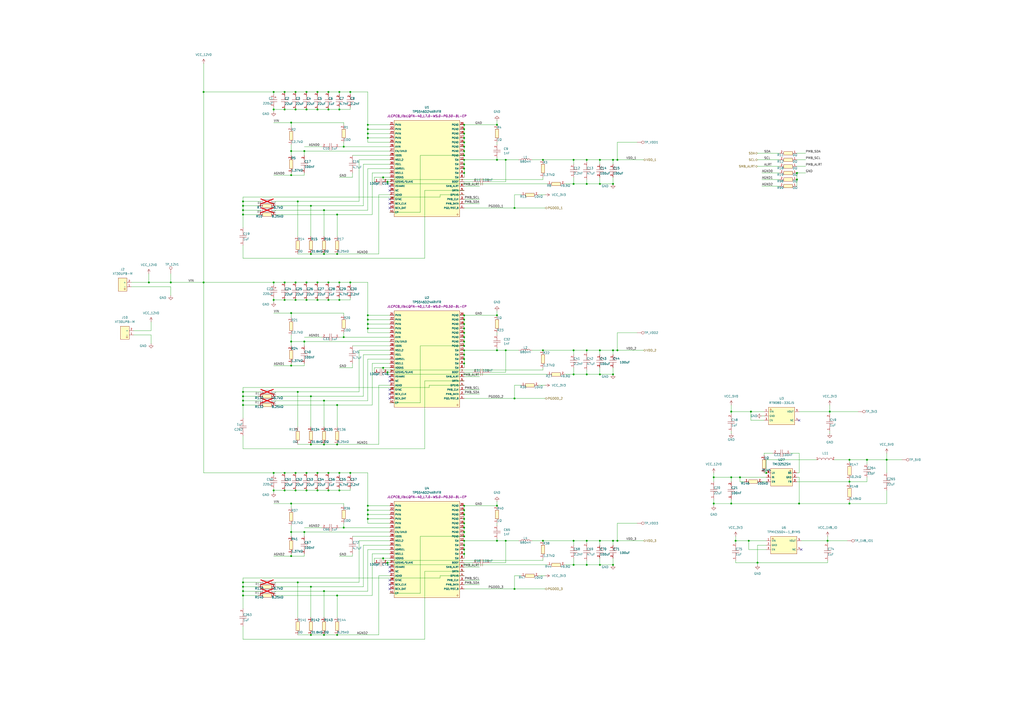
<source format=kicad_sch>
(kicad_sch (version 20250114) (generator "eeschema") (generator_version "9.0")
  (paper "A2")
  (junction (at 176.53 308.61))
  (junction (at 190.5 284.48))
  (junction (at 269.24 210.82))
  (junction (at 213.36 187.96))
  (junction (at 168.91 212.09))
  (junction (at 269.24 80.01))
  (junction (at 165.1 63.5))
  (junction (at 140.97 229.87))
  (junction (at 332.74 106.68))
  (junction (at 203.2 53.34))
  (junction (at 140.97 234.95))
  (junction (at 195.58 257.81))
  (junction (at 177.8 63.5))
  (junction (at 347.98 327.66))
  (junction (at 184.15 63.5))
  (junction (at 269.24 100.33))
  (junction (at 195.58 234.95))
  (junction (at 332.74 313.69))
  (junction (at 190.5 53.34))
  (junction (at 269.24 316.23))
  (junction (at 196.85 63.5))
  (junction (at 140.97 119.38))
  (junction (at 213.36 77.47))
  (junction (at 184.15 274.32))
  (junction (at 269.24 185.42))
  (junction (at 224.79 326.39))
  (junction (at 184.15 53.34))
  (junction (at 414.02 292.1))
  (junction (at 269.24 208.28))
  (junction (at 492.76 266.7))
  (junction (at 269.24 321.31))
  (junction (at 340.36 217.17))
  (junction (at 187.96 121.92))
  (junction (at 269.24 193.04))
  (junction (at 213.36 295.91))
  (junction (at 196.85 163.83))
  (junction (at 176.53 87.63))
  (junction (at 158.75 163.83))
  (junction (at 165.1 163.83))
  (junction (at 269.24 85.09))
  (junction (at 140.97 121.92))
  (junction (at 340.36 106.68))
  (junction (at 288.29 293.37))
  (junction (at 492.76 279.4))
  (junction (at 187.96 342.9))
  (junction (at 514.35 266.7))
  (junction (at 158.75 63.5))
  (junction (at 187.96 257.81))
  (junction (at 269.24 303.53))
  (junction (at 463.55 292.1))
  (junction (at 180.34 147.32))
  (junction (at 171.45 163.83))
  (junction (at 213.36 298.45))
  (junction (at 269.24 72.39))
  (junction (at 195.58 345.44))
  (junction (at 358.14 313.69))
  (junction (at 140.97 116.84))
  (junction (at 177.8 274.32))
  (junction (at 358.14 203.2))
  (junction (at 314.96 203.2))
  (junction (at 424.18 238.76))
  (junction (at 213.36 293.37))
  (junction (at 222.25 102.87))
  (junction (at 213.36 74.93))
  (junction (at 140.97 340.36))
  (junction (at 288.29 72.39))
  (junction (at 332.74 327.66))
  (junction (at 168.91 71.12))
  (junction (at 177.8 163.83))
  (junction (at 190.5 163.83))
  (junction (at 355.6 327.66))
  (junction (at 140.97 337.82))
  (junction (at 180.34 368.3))
  (junction (at 269.24 318.77))
  (junction (at 269.24 295.91))
  (junction (at 269.24 203.2))
  (junction (at 213.36 72.39))
  (junction (at 165.1 53.34))
  (junction (at 177.8 173.99))
  (junction (at 340.36 313.69))
  (junction (at 269.24 200.66))
  (junction (at 269.24 198.12))
  (junction (at 187.96 147.32))
  (junction (at 269.24 313.69))
  (junction (at 177.8 53.34))
  (junction (at 293.37 92.71))
  (junction (at 118.11 163.83))
  (junction (at 184.15 173.99))
  (junction (at 172.72 337.82))
  (junction (at 439.42 326.39))
  (junction (at 288.29 313.69))
  (junction (at 190.5 274.32))
  (junction (at 269.24 92.71))
  (junction (at 195.58 124.46))
  (junction (at 180.34 257.81))
  (junction (at 224.79 105.41))
  (junction (at 269.24 311.15))
  (junction (at 314.96 313.69))
  (junction (at 168.91 292.1))
  (junction (at 269.24 306.07))
  (junction (at 298.45 341.63))
  (junction (at 347.98 92.71))
  (junction (at 196.85 53.34))
  (junction (at 355.6 217.17))
  (junction (at 184.15 284.48))
  (junction (at 358.14 92.71))
  (junction (at 158.75 274.32))
  (junction (at 171.45 284.48))
  (junction (at 140.97 342.9))
  (junction (at 340.36 92.71))
  (junction (at 414.02 276.86))
  (junction (at 347.98 313.69))
  (junction (at 435.61 238.76))
  (junction (at 288.29 92.71))
  (junction (at 480.06 313.69))
  (junction (at 355.6 203.2))
  (junction (at 213.36 190.5))
  (junction (at 429.26 276.86))
  (junction (at 165.1 284.48))
  (junction (at 180.34 119.38))
  (junction (at 269.24 205.74))
  (junction (at 288.29 182.88))
  (junction (at 172.72 116.84))
  (junction (at 269.24 190.5))
  (junction (at 213.36 80.01))
  (junction (at 347.98 203.2))
  (junction (at 168.91 181.61))
  (junction (at 165.1 274.32))
  (junction (at 158.75 53.34))
  (junction (at 171.45 274.32))
  (junction (at 293.37 203.2))
  (junction (at 168.91 322.58))
  (junction (at 462.28 100.33))
  (junction (at 196.85 173.99))
  (junction (at 269.24 298.45))
  (junction (at 434.34 313.69))
  (junction (at 180.34 229.87))
  (junction (at 355.6 92.71))
  (junction (at 462.28 104.14))
  (junction (at 269.24 300.99))
  (junction (at 168.91 308.61))
  (junction (at 168.91 198.12))
  (junction (at 99.06 163.83))
  (junction (at 269.24 97.79))
  (junction (at 355.6 106.68))
  (junction (at 140.97 232.41))
  (junction (at 165.1 173.99))
  (junction (at 222.25 213.36))
  (junction (at 424.18 276.86))
  (junction (at 196.85 274.32))
  (junction (at 269.24 195.58))
  (junction (at 158.75 284.48))
  (junction (at 293.37 313.69))
  (junction (at 481.33 238.76))
  (junction (at 203.2 274.32))
  (junction (at 332.74 92.71))
  (junction (at 269.24 293.37))
  (junction (at 168.91 101.6))
  (junction (at 86.36 163.83))
  (junction (at 196.85 284.48))
  (junction (at 340.36 327.66))
  (junction (at 492.76 292.1))
  (junction (at 184.15 163.83))
  (junction (at 269.24 187.96))
  (junction (at 176.53 198.12))
  (junction (at 187.96 368.3))
  (junction (at 168.91 87.63))
  (junction (at 332.74 203.2))
  (junction (at 340.36 203.2))
  (junction (at 195.58 368.3))
  (junction (at 118.11 53.34))
  (junction (at 140.97 124.46))
  (junction (at 203.2 163.83))
  (junction (at 288.29 203.2))
  (junction (at 171.45 173.99))
  (junction (at 298.45 231.14))
  (junction (at 222.25 323.85))
  (junction (at 269.24 87.63))
  (junction (at 444.5 274.32))
  (junction (at 199.39 306.07))
  (junction (at 199.39 195.58))
  (junction (at 355.6 313.69))
  (junction (at 140.97 345.44))
  (junction (at 158.75 173.99))
  (junction (at 502.92 266.7))
  (junction (at 347.98 106.68))
  (junction (at 199.39 85.09))
  (junction (at 224.79 215.9))
  (junction (at 171.45 53.34))
  (junction (at 314.96 92.71))
  (junction (at 190.5 63.5))
  (junction (at 269.24 77.47))
  (junction (at 269.24 90.17))
  (junction (at 269.24 182.88))
  (junction (at 298.45 120.65))
  (junction (at 190.5 173.99))
  (junction (at 426.72 313.69))
  (junction (at 180.34 340.36))
  (junction (at 140.97 227.33))
  (junction (at 347.98 217.17))
  (junction (at 171.45 63.5))
  (junction (at 424.18 292.1))
  (junction (at 213.36 185.42))
  (junction (at 269.24 308.61))
  (junction (at 213.36 300.99))
  (junction (at 332.74 217.17))
  (junction (at 195.58 147.32))
  (junction (at 172.72 227.33))
  (junction (at 213.36 182.88))
  (junction (at 269.24 95.25))
  (junction (at 177.8 284.48))
  (junction (at 187.96 232.41))
  (junction (at 269.24 82.55))
  (junction (at 269.24 74.93))
  (no_connect (at 226.06 115.57))
  (no_connect (at 226.06 231.14))
  (no_connect (at 226.06 220.98))
  (no_connect (at 226.06 328.93))
  (no_connect (at 226.06 120.65))
  (no_connect (at 226.06 110.49))
  (no_connect (at 463.55 243.84))
  (no_connect (at 226.06 336.55))
  (no_connect (at 226.06 341.63))
  (no_connect (at 226.06 118.11))
  (no_connect (at 226.06 331.47))
  (no_connect (at 226.06 218.44))
  (no_connect (at 464.82 318.77))
  (no_connect (at 226.06 226.06))
  (no_connect (at 226.06 107.95))
  (no_connect (at 226.06 339.09))
  (no_connect (at 226.06 228.6))
  (wire (pts (xy 434.34 313.69) (xy 444.5 313.69)))
  (wire (pts (xy 226.06 313.69) (xy 208.28 313.69)))
  (wire (pts (xy 340.36 203.2) (xy 340.36 204.47)))
  (wire (pts (xy 140.97 124.46) (xy 140.97 132.08)))
  (wire (pts (xy 248.92 223.52) (xy 269.24 223.52)))
  (wire (pts (xy 278.13 226.06) (xy 269.24 226.06)))
  (wire (pts (xy 158.75 71.12) (xy 168.91 71.12)))
  (wire (pts (xy 210.82 119.38) (xy 210.82 95.25)))
  (wire (pts (xy 176.53 87.63) (xy 176.53 90.17)))
  (wire (pts (xy 224.79 326.39) (xy 224.79 327.66)))
  (wire (pts (xy 196.85 102.87) (xy 204.47 102.87)))
  (wire (pts (xy 462.28 104.14) (xy 462.28 107.95)))
  (wire (pts (xy 213.36 193.04) (xy 213.36 190.5)))
  (wire (pts (xy 158.75 53.34) (xy 158.75 54.61)))
  (wire (pts (xy 199.39 195.58) (xy 226.06 195.58)))
  (wire (pts (xy 226.06 223.52) (xy 219.71 223.52)))
  (wire (pts (xy 213.36 72.39) (xy 226.06 72.39)))
  (wire (pts (xy 118.11 36.83) (xy 118.11 53.34)))
  (wire (pts (xy 140.97 342.9) (xy 140.97 345.44)))
  (wire (pts (xy 213.36 80.01) (xy 213.36 77.47)))
  (wire (pts (xy 492.76 279.4) (xy 462.28 279.4)))
  (wire (pts (xy 215.9 234.95) (xy 215.9 210.82)))
  (wire (pts (xy 308.61 203.2) (xy 314.96 203.2)))
  (wire (pts (xy 168.91 198.12) (xy 168.91 200.66)))
  (wire (pts (xy 298.45 113.03) (xy 298.45 120.65)))
  (wire (pts (xy 269.24 341.63) (xy 298.45 341.63)))
  (wire (pts (xy 213.36 274.32) (xy 203.2 274.32)))
  (wire (pts (xy 226.06 92.71) (xy 208.28 92.71)))
  (wire (pts (xy 199.39 193.04) (xy 199.39 195.58)))
  (wire (pts (xy 165.1 163.83) (xy 158.75 163.83)))
  (wire (pts (xy 176.53 85.09) (xy 186.69 85.09)))
  (wire (pts (xy 269.24 92.71) (xy 288.29 92.71)))
  (wire (pts (xy 347.98 323.85) (xy 347.98 327.66)))
  (wire (pts (xy 208.28 116.84) (xy 172.72 116.84)))
  (wire (pts (xy 204.47 322.58) (xy 204.47 321.31)))
  (wire (pts (xy 424.18 289.56) (xy 424.18 292.1)))
  (wire (pts (xy 312.42 223.52) (xy 316.23 223.52)))
  (wire (pts (xy 302.26 334.01) (xy 298.45 334.01)))
  (wire (pts (xy 314.96 92.71) (xy 332.74 92.71)))
  (wire (pts (xy 269.24 316.23) (xy 269.24 318.77)))
  (wire (pts (xy 269.24 80.01) (xy 269.24 82.55)))
  (wire (pts (xy 208.28 337.82) (xy 172.72 337.82)))
  (wire (pts (xy 514.35 274.32) (xy 514.35 266.7)))
  (wire (pts (xy 213.36 80.01) (xy 226.06 80.01)))
  (wire (pts (xy 215.9 210.82) (xy 226.06 210.82)))
  (wire (pts (xy 140.97 335.28) (xy 140.97 337.82)))
  (wire (pts (xy 187.96 368.3) (xy 195.58 368.3)))
  (wire (pts (xy 222.25 213.36) (xy 226.06 213.36)))
  (wire (pts (xy 210.82 340.36) (xy 210.82 316.23)))
  (wire (pts (xy 243.84 233.68) (xy 226.06 233.68)))
  (wire (pts (xy 165.1 63.5) (xy 171.45 63.5)))
  (wire (pts (xy 278.13 107.95) (xy 269.24 107.95)))
  (wire (pts (xy 215.9 100.33) (xy 226.06 100.33)))
  (wire (pts (xy 269.24 313.69) (xy 269.24 316.23)))
  (wire (pts (xy 176.53 308.61) (xy 176.53 311.15)))
  (wire (pts (xy 213.36 187.96) (xy 226.06 187.96)))
  (wire (pts (xy 219.71 113.03) (xy 219.71 147.32)))
  (wire (pts (xy 204.47 200.66) (xy 226.06 200.66)))
  (wire (pts (xy 217.17 213.36) (xy 222.25 213.36)))
  (wire (pts (xy 463.55 276.86) (xy 463.55 292.1)))
  (wire (pts (xy 226.06 193.04) (xy 213.36 193.04)))
  (wire (pts (xy 168.91 210.82) (xy 168.91 212.09)))
  (wire (pts (xy 514.35 292.1) (xy 492.76 292.1)))
  (wire (pts (xy 441.96 104.14) (xy 452.12 104.14)))
  (wire (pts (xy 226.06 82.55) (xy 213.36 82.55)))
  (wire (pts (xy 414.02 276.86) (xy 424.18 276.86)))
  (wire (pts (xy 269.24 85.09) (xy 269.24 87.63)))
  (wire (pts (xy 168.91 194.31) (xy 168.91 198.12)))
  (wire (pts (xy 340.36 92.71) (xy 340.36 93.98)))
  (wire (pts (xy 278.13 118.11) (xy 269.24 118.11)))
  (wire (pts (xy 269.24 193.04) (xy 269.24 195.58)))
  (wire (pts (xy 340.36 106.68) (xy 347.98 106.68)))
  (wire (pts (xy 172.72 257.81) (xy 180.34 257.81)))
  (wire (pts (xy 439.42 92.71) (xy 452.12 92.71)))
  (wire (pts (xy 176.53 101.6) (xy 168.91 101.6)))
  (wire (pts (xy 168.91 292.1) (xy 199.39 292.1)))
  (wire (pts (xy 219.71 257.81) (xy 195.58 257.81)))
  (wire (pts (xy 355.6 203.2) (xy 358.14 203.2)))
  (wire (pts (xy 514.35 262.89) (xy 514.35 266.7)))
  (wire (pts (xy 210.82 95.25) (xy 226.06 95.25)))
  (wire (pts (xy 204.47 102.87) (xy 204.47 100.33)))
  (wire (pts (xy 196.85 85.09) (xy 199.39 85.09)))
  (wire (pts (xy 158.75 181.61) (xy 168.91 181.61)))
  (wire (pts (xy 199.39 303.53) (xy 199.39 306.07)))
  (wire (pts (xy 187.96 121.92) (xy 187.96 137.16)))
  (wire (pts (xy 177.8 63.5) (xy 184.15 63.5)))
  (wire (pts (xy 424.18 238.76) (xy 435.61 238.76)))
  (wire (pts (xy 219.71 223.52) (xy 219.71 257.81)))
  (wire (pts (xy 314.96 313.69) (xy 332.74 313.69)))
  (wire (pts (xy 140.97 370.84) (xy 140.97 363.22)))
  (wire (pts (xy 177.8 173.99) (xy 184.15 173.99)))
  (wire (pts (xy 187.96 257.81) (xy 195.58 257.81)))
  (wire (pts (xy 429.26 276.86) (xy 429.26 279.4)))
  (wire (pts (xy 243.84 200.66) (xy 243.84 233.68)))
  (wire (pts (xy 431.8 279.4) (xy 429.26 279.4)))
  (wire (pts (xy 176.53 195.58) (xy 186.69 195.58)))
  (wire (pts (xy 213.36 295.91) (xy 226.06 295.91)))
  (wire (pts (xy 222.25 323.85) (xy 226.06 323.85)))
  (wire (pts (xy 439.42 96.52) (xy 452.12 96.52)))
  (wire (pts (xy 168.91 321.31) (xy 168.91 322.58)))
  (wire (pts (xy 426.72 325.12) (xy 426.72 326.39)))
  (wire (pts (xy 288.29 69.85) (xy 288.29 72.39)))
  (wire (pts (xy 340.36 203.2) (xy 347.98 203.2)))
  (wire (pts (xy 160.02 345.44) (xy 195.58 345.44)))
  (wire (pts (xy 196.85 195.58) (xy 199.39 195.58)))
  (wire (pts (xy 243.84 90.17) (xy 243.84 123.19)))
  (wire (pts (xy 196.85 53.34) (xy 196.85 54.61)))
  (wire (pts (xy 196.85 172.72) (xy 196.85 173.99)))
  (wire (pts (xy 246.38 149.86) (xy 140.97 149.86)))
  (wire (pts (xy 441.96 100.33) (xy 452.12 100.33)))
  (wire (pts (xy 269.24 231.14) (xy 298.45 231.14)))
  (wire (pts (xy 340.36 325.12) (xy 340.36 327.66)))
  (wire (pts (xy 184.15 173.99) (xy 190.5 173.99)))
  (wire (pts (xy 316.23 120.65) (xy 298.45 120.65)))
  (wire (pts (xy 203.2 163.83) (xy 203.2 165.1)))
  (wire (pts (xy 443.23 274.32) (xy 444.5 274.32)))
  (wire (pts (xy 424.18 251.46) (xy 424.18 250.19)))
  (wire (pts (xy 269.24 105.41) (xy 274.32 105.41)))
  (wire (pts (xy 269.24 90.17) (xy 243.84 90.17)))
  (wire (pts (xy 158.75 274.32) (xy 158.75 275.59)))
  (wire (pts (xy 171.45 53.34) (xy 177.8 53.34)))
  (wire (pts (xy 269.24 203.2) (xy 288.29 203.2)))
  (wire (pts (xy 302.26 113.03) (xy 298.45 113.03)))
  (wire (pts (xy 246.38 260.35) (xy 140.97 260.35)))
  (wire (pts (xy 269.24 303.53) (xy 269.24 306.07)))
  (wire (pts (xy 255.27 335.28) (xy 255.27 334.01)))
  (wire (pts (xy 199.39 85.09) (xy 226.06 85.09)))
  (wire (pts (xy 308.61 313.69) (xy 314.96 313.69)))
  (wire (pts (xy 355.6 323.85) (xy 355.6 327.66)))
  (wire (pts (xy 314.96 325.12) (xy 222.25 325.12)))
  (wire (pts (xy 347.98 327.66) (xy 355.6 327.66)))
  (wire (pts (xy 340.36 92.71) (xy 347.98 92.71)))
  (wire (pts (xy 347.98 203.2) (xy 347.98 205.74)))
  (wire (pts (xy 269.24 95.25) (xy 269.24 97.79)))
  (wire (pts (xy 203.2 284.48) (xy 196.85 284.48)))
  (wire (pts (xy 184.15 284.48) (xy 190.5 284.48)))
  (wire (pts (xy 213.36 77.47) (xy 213.36 74.93)))
  (wire (pts (xy 158.75 292.1) (xy 168.91 292.1)))
  (wire (pts (xy 226.06 113.03) (xy 219.71 113.03)))
  (wire (pts (xy 196.85 284.48) (xy 190.5 284.48)))
  (wire (pts (xy 215.9 345.44) (xy 215.9 321.31)))
  (wire (pts (xy 203.2 173.99) (xy 196.85 173.99)))
  (wire (pts (xy 293.37 105.41) (xy 293.37 92.71)))
  (wire (pts (xy 481.33 238.76) (xy 497.84 238.76)))
  (wire (pts (xy 269.24 295.91) (xy 269.24 298.45)))
  (wire (pts (xy 269.24 306.07) (xy 269.24 308.61)))
  (wire (pts (xy 226.06 203.2) (xy 208.28 203.2)))
  (wire (pts (xy 140.97 124.46) (xy 149.86 124.46)))
  (wire (pts (xy 224.79 105.41) (xy 224.79 106.68)))
  (wire (pts (xy 439.42 316.23) (xy 439.42 326.39)))
  (wire (pts (xy 210.82 316.23) (xy 226.06 316.23)))
  (wire (pts (xy 176.53 321.31) (xy 176.53 322.58)))
  (wire (pts (xy 118.11 53.34) (xy 158.75 53.34)))
  (wire (pts (xy 269.24 87.63) (xy 269.24 90.17)))
  (wire (pts (xy 314.96 323.85) (xy 314.96 325.12)))
  (wire (pts (xy 424.18 240.03) (xy 424.18 238.76)))
  (wire (pts (xy 288.29 312.42) (xy 288.29 313.69)))
  (wire (pts (xy 269.24 100.33) (xy 269.24 102.87)))
  (wire (pts (xy 269.24 82.55) (xy 269.24 85.09)))
  (wire (pts (xy 196.85 306.07) (xy 199.39 306.07)))
  (wire (pts (xy 118.11 163.83) (xy 158.75 163.83)))
  (wire (pts (xy 86.36 158.75) (xy 86.36 163.83)))
  (wire (pts (xy 347.98 313.69) (xy 355.6 313.69)))
  (wire (pts (xy 426.72 314.96) (xy 426.72 313.69)))
  (wire (pts (xy 340.36 104.14) (xy 340.36 106.68)))
  (wire (pts (xy 87.63 186.69) (xy 87.63 191.77)))
  (wire (pts (xy 462.28 276.86) (xy 463.55 276.86)))
  (wire (pts (xy 180.34 229.87) (xy 210.82 229.87)))
  (wire (pts (xy 213.36 208.28) (xy 213.36 232.41)))
  (wire (pts (xy 184.15 63.5) (xy 190.5 63.5)))
  (wire (pts (xy 224.79 217.17) (xy 317.5 217.17)))
  (wire (pts (xy 165.1 284.48) (xy 158.75 284.48)))
  (wire (pts (xy 222.25 214.63) (xy 222.25 213.36)))
  (wire (pts (xy 213.36 182.88) (xy 213.36 163.83)))
  (wire (pts (xy 213.36 298.45) (xy 226.06 298.45)))
  (wire (pts (xy 217.17 215.9) (xy 217.17 213.36)))
  (wire (pts (xy 217.17 323.85) (xy 222.25 323.85)))
  (wire (pts (xy 424.18 276.86) (xy 429.26 276.86)))
  (wire (pts (xy 269.24 293.37) (xy 269.24 295.91)))
  (wire (pts (xy 213.36 303.53) (xy 213.36 300.99)))
  (wire (pts (xy 347.98 213.36) (xy 347.98 217.17)))
  (wire (pts (xy 463.55 274.32) (xy 463.55 262.89)))
  (wire (pts (xy 213.36 187.96) (xy 213.36 185.42)))
  (wire (pts (xy 369.57 303.53) (xy 358.14 303.53)))
  (wire (pts (xy 269.24 97.79) (xy 269.24 100.33)))
  (wire (pts (xy 213.36 185.42) (xy 213.36 182.88)))
  (wire (pts (xy 269.24 326.39) (xy 274.32 326.39)))
  (wire (pts (xy 298.45 334.01) (xy 298.45 341.63)))
  (wire (pts (xy 199.39 82.55) (xy 199.39 85.09)))
  (wire (pts (xy 358.14 193.04) (xy 358.14 203.2)))
  (wire (pts (xy 172.72 227.33) (xy 172.72 247.65)))
  (wire (pts (xy 158.75 337.82) (xy 172.72 337.82)))
  (wire (pts (xy 314.96 213.36) (xy 314.96 214.63)))
  (wire (pts (xy 435.61 243.84) (xy 435.61 238.76)))
  (wire (pts (xy 269.24 220.98) (xy 246.38 220.98)))
  (wire (pts (xy 332.74 106.68) (xy 327.66 106.68)))
  (wire (pts (xy 158.75 121.92) (xy 187.96 121.92)))
  (wire (pts (xy 208.28 203.2) (xy 208.28 227.33)))
  (wire (pts (xy 140.97 260.35) (xy 140.97 252.73)))
  (wire (pts (xy 140.97 234.95) (xy 149.86 234.95)))
  (wire (pts (xy 140.97 232.41) (xy 151.13 232.41)))
  (wire (pts (xy 171.45 274.32) (xy 177.8 274.32)))
  (wire (pts (xy 176.53 198.12) (xy 226.06 198.12)))
  (wire (pts (xy 196.85 163.83) (xy 196.85 165.1)))
  (wire (pts (xy 203.2 172.72) (xy 203.2 173.99)))
  (wire (pts (xy 502.92 266.7) (xy 492.76 266.7)))
  (wire (pts (xy 358.14 92.71) (xy 373.38 92.71)))
  (wire (pts (xy 140.97 149.86) (xy 140.97 142.24)))
  (wire (pts (xy 492.76 279.4) (xy 492.76 280.67)))
  (wire (pts (xy 168.91 83.82) (xy 168.91 87.63)))
  (wire (pts (xy 215.9 124.46) (xy 215.9 100.33)))
  (wire (pts (xy 269.24 110.49) (xy 246.38 110.49)))
  (wire (pts (xy 246.38 220.98) (xy 246.38 260.35)))
  (wire (pts (xy 160.02 119.38) (xy 180.34 119.38)))
  (wire (pts (xy 269.24 200.66) (xy 243.84 200.66)))
  (wire (pts (xy 140.97 229.87) (xy 149.86 229.87)))
  (wire (pts (xy 204.47 210.82) (xy 204.47 213.36)))
  (wire (pts (xy 332.74 95.25) (xy 332.74 92.71)))
  (wire (pts (xy 165.1 284.48) (xy 171.45 284.48)))
  (wire (pts (xy 199.39 292.1) (xy 199.39 293.37)))
  (wire (pts (xy 180.34 340.36) (xy 210.82 340.36)))
  (wire (pts (xy 467.36 92.71) (xy 462.28 92.71)))
  (wire (pts (xy 492.76 278.13) (xy 492.76 279.4)))
  (wire (pts (xy 269.24 182.88) (xy 269.24 185.42)))
  (wire (pts (xy 443.23 262.89) (xy 443.23 264.16)))
  (wire (pts (xy 158.75 101.6) (xy 168.91 101.6)))
  (wire (pts (xy 332.74 92.71) (xy 340.36 92.71)))
  (wire (pts (xy 358.14 203.2) (xy 373.38 203.2)))
  (wire (pts (xy 177.8 163.83) (xy 184.15 163.83)))
  (wire (pts (xy 347.98 217.17) (xy 355.6 217.17)))
  (wire (pts (xy 187.96 147.32) (xy 195.58 147.32)))
  (wire (pts (xy 414.02 274.32) (xy 414.02 276.86)))
  (wire (pts (xy 269.24 195.58) (xy 269.24 198.12)))
  (wire (pts (xy 308.61 92.71) (xy 314.96 92.71)))
  (wire (pts (xy 246.38 331.47) (xy 246.38 370.84)))
  (wire (pts (xy 269.24 210.82) (xy 269.24 213.36)))
  (wire (pts (xy 158.75 342.9) (xy 187.96 342.9)))
  (wire (pts (xy 195.58 345.44) (xy 215.9 345.44)))
  (wire (pts (xy 483.87 266.7) (xy 492.76 266.7)))
  (wire (pts (xy 443.23 243.84) (xy 435.61 243.84)))
  (wire (pts (xy 168.91 181.61) (xy 168.91 184.15)))
  (wire (pts (xy 168.91 87.63) (xy 176.53 87.63)))
  (wire (pts (xy 168.91 100.33) (xy 168.91 101.6)))
  (wire (pts (xy 213.36 121.92) (xy 187.96 121.92)))
  (wire (pts (xy 332.74 327.66) (xy 340.36 327.66)))
  (wire (pts (xy 278.13 328.93) (xy 269.24 328.93)))
  (wire (pts (xy 269.24 311.15) (xy 243.84 311.15)))
  (wire (pts (xy 196.85 213.36) (xy 204.47 213.36)))
  (wire (pts (xy 444.5 266.7) (xy 444.5 274.32)))
  (wire (pts (xy 255.27 113.03) (xy 269.24 113.03)))
  (wire (pts (xy 160.02 229.87) (xy 180.34 229.87)))
  (wire (pts (xy 502.92 269.24) (xy 502.92 266.7)))
  (wire (pts (xy 226.06 208.28) (xy 213.36 208.28)))
  (wire (pts (xy 217.17 105.41) (xy 217.17 102.87)))
  (wire (pts (xy 347.98 102.87) (xy 347.98 106.68)))
  (wire (pts (xy 226.06 303.53) (xy 213.36 303.53)))
  (wire (pts (xy 369.57 82.55) (xy 358.14 82.55)))
  (wire (pts (xy 213.36 163.83) (xy 203.2 163.83)))
  (wire (pts (xy 269.24 185.42) (xy 269.24 187.96)))
  (wire (pts (xy 184.15 274.32) (xy 190.5 274.32)))
  (wire (pts (xy 140.97 116.84) (xy 151.13 116.84)))
  (wire (pts (xy 269.24 92.71) (xy 269.24 95.25)))
  (wire (pts (xy 203.2 274.32) (xy 203.2 275.59)))
  (wire (pts (xy 176.53 87.63) (xy 226.06 87.63)))
  (wire (pts (xy 473.71 266.7) (xy 444.5 266.7)))
  (wire (pts (xy 332.74 323.85) (xy 332.74 327.66)))
  (wire (pts (xy 140.97 114.3) (xy 255.27 114.3)))
  (wire (pts (xy 203.2 62.23) (xy 203.2 63.5)))
  (wire (pts (xy 176.53 210.82) (xy 176.53 212.09)))
  (wire (pts (xy 293.37 313.69) (xy 300.99 313.69)))
  (wire (pts (xy 140.97 345.44) (xy 149.86 345.44)))
  (wire (pts (xy 434.34 318.77) (xy 434.34 313.69)))
  (wire (pts (xy 332.74 203.2) (xy 340.36 203.2)))
  (wire (pts (xy 213.36 298.45) (xy 213.36 295.91)))
  (wire (pts (xy 463.55 292.1) (xy 492.76 292.1)))
  (wire (pts (xy 158.75 173.99) (xy 158.75 175.26)))
  (wire (pts (xy 158.75 116.84) (xy 172.72 116.84)))
  (wire (pts (xy 340.36 313.69) (xy 347.98 313.69)))
  (wire (pts (xy 467.36 96.52) (xy 462.28 96.52)))
  (wire (pts (xy 439.42 326.39) (xy 480.06 326.39)))
  (wire (pts (xy 288.29 201.93) (xy 288.29 203.2)))
  (wire (pts (xy 441.96 241.3) (xy 443.23 241.3)))
  (wire (pts (xy 347.98 203.2) (xy 355.6 203.2)))
  (wire (pts (xy 316.23 231.14) (xy 298.45 231.14)))
  (wire (pts (xy 332.74 327.66) (xy 327.66 327.66)))
  (wire (pts (xy 171.45 173.99) (xy 177.8 173.99)))
  (wire (pts (xy 355.6 316.23) (xy 355.6 313.69)))
  (wire (pts (xy 176.53 212.09) (xy 168.91 212.09)))
  (wire (pts (xy 269.24 293.37) (xy 288.29 293.37)))
  (wire (pts (xy 255.27 334.01) (xy 269.24 334.01)))
  (wire (pts (xy 99.06 163.83) (xy 118.11 163.83)))
  (wire (pts (xy 203.2 53.34) (xy 203.2 54.61)))
  (wire (pts (xy 158.75 227.33) (xy 172.72 227.33)))
  (wire (pts (xy 140.97 340.36) (xy 140.97 342.9)))
  (wire (pts (xy 414.02 293.37) (xy 414.02 292.1)))
  (wire (pts (xy 180.34 137.16) (xy 180.34 119.38)))
  (wire (pts (xy 414.02 279.4) (xy 414.02 276.86)))
  (wire (pts (xy 190.5 163.83) (xy 196.85 163.83)))
  (wire (pts (xy 160.02 340.36) (xy 180.34 340.36)))
  (wire (pts (xy 196.85 274.32) (xy 203.2 274.32)))
  (wire (pts (xy 269.24 187.96) (xy 269.24 190.5)))
  (wire (pts (xy 210.82 205.74) (xy 226.06 205.74)))
  (wire (pts (xy 369.57 193.04) (xy 358.14 193.04)))
  (wire (pts (xy 196.85 274.32) (xy 196.85 275.59)))
  (wire (pts (xy 246.38 110.49) (xy 246.38 149.86)))
  (wire (pts (xy 314.96 214.63) (xy 222.25 214.63)))
  (wire (pts (xy 140.97 121.92) (xy 140.97 124.46)))
  (wire (pts (xy 314.96 102.87) (xy 314.96 104.14)))
  (wire (pts (xy 140.97 119.38) (xy 149.86 119.38)))
  (wire (pts (xy 199.39 306.07) (xy 226.06 306.07)))
  (wire (pts (xy 195.58 247.65) (xy 195.58 234.95)))
  (wire (pts (xy 441.96 107.95) (xy 452.12 107.95)))
  (wire (pts (xy 213.36 190.5) (xy 226.06 190.5)))
  (wire (pts (xy 165.1 163.83) (xy 171.45 163.83)))
  (wire (pts (xy 172.72 116.84) (xy 172.72 137.16)))
  (wire (pts (xy 269.24 215.9) (xy 274.32 215.9)))
  (wire (pts (xy 358.14 82.55) (xy 358.14 92.71)))
  (wire (pts (xy 118.11 163.83) (xy 118.11 274.32)))
  (wire (pts (xy 316.23 341.63) (xy 298.45 341.63)))
  (wire (pts (xy 172.72 147.32) (xy 180.34 147.32)))
  (wire (pts (xy 284.48 326.39) (xy 293.37 326.39)))
  (wire (pts (xy 480.06 325.12) (xy 480.06 326.39)))
  (wire (pts (xy 165.1 53.34) (xy 171.45 53.34)))
  (wire (pts (xy 298.45 223.52) (xy 298.45 231.14)))
  (wire (pts (xy 213.36 342.9) (xy 187.96 342.9)))
  (wire (pts (xy 176.53 322.58) (xy 168.91 322.58)))
  (wire (pts (xy 439.42 326.39) (xy 439.42 327.66)))
  (wire (pts (xy 168.91 71.12) (xy 168.91 73.66)))
  (wire (pts (xy 195.58 124.46) (xy 215.9 124.46)))
  (wire (pts (xy 492.76 267.97) (xy 492.76 266.7)))
  (wire (pts (xy 203.2 283.21) (xy 203.2 284.48)))
  (wire (pts (xy 426.72 313.69) (xy 434.34 313.69)))
  (wire (pts (xy 213.36 77.47) (xy 226.06 77.47)))
  (wire (pts (xy 168.91 292.1) (xy 168.91 294.64)))
  (wire (pts (xy 195.58 234.95) (xy 215.9 234.95)))
  (wire (pts (xy 168.91 308.61) (xy 168.91 311.15)))
  (wire (pts (xy 293.37 215.9) (xy 293.37 203.2)))
  (wire (pts (xy 76.2 166.37) (xy 99.06 166.37)))
  (wire (pts (xy 302.26 223.52) (xy 298.45 223.52)))
  (wire (pts (xy 269.24 313.69) (xy 288.29 313.69)))
  (wire (pts (xy 269.24 74.93) (xy 269.24 77.47)))
  (wire (pts (xy 269.24 190.5) (xy 269.24 193.04)))
  (wire (pts (xy 168.91 71.12) (xy 199.39 71.12)))
  (wire (pts (xy 168.91 308.61) (xy 176.53 308.61)))
  (wire (pts (xy 255.27 114.3) (xy 255.27 113.03)))
  (wire (pts (xy 269.24 205.74) (xy 269.24 208.28)))
  (wire (pts (xy 140.97 337.82) (xy 151.13 337.82)))
  (wire (pts (xy 213.36 293.37) (xy 226.06 293.37)))
  (wire (pts (xy 293.37 326.39) (xy 293.37 313.69)))
  (wire (pts (xy 177.8 53.34) (xy 184.15 53.34)))
  (wire (pts (xy 168.91 304.8) (xy 168.91 308.61)))
  (wire (pts (xy 314.96 203.2) (xy 332.74 203.2)))
  (wire (pts (xy 424.18 276.86) (xy 424.18 279.4)))
  (wire (pts (xy 158.75 284.48) (xy 158.75 283.21)))
  (wire (pts (xy 288.29 91.44) (xy 288.29 92.71)))
  (wire (pts (xy 140.97 116.84) (xy 140.97 119.38)))
  (wire (pts (xy 190.5 53.34) (xy 196.85 53.34)))
  (wire (pts (xy 278.13 336.55) (xy 269.24 336.55)))
  (wire (pts (xy 224.79 215.9) (xy 226.06 215.9)))
  (wire (pts (xy 219.71 334.01) (xy 219.71 368.3)))
  (wire (pts (xy 118.11 274.32) (xy 158.75 274.32)))
  (wire (pts (xy 165.1 173.99) (xy 158.75 173.99)))
  (wire (pts (xy 347.98 313.69) (xy 347.98 316.23)))
  (wire (pts (xy 168.91 198.12) (xy 176.53 198.12)))
  (wire (pts (xy 502.92 276.86) (xy 502.92 279.4)))
  (wire (pts (xy 215.9 321.31) (xy 226.06 321.31)))
  (wire (pts (xy 160.02 124.46) (xy 195.58 124.46)))
  (wire (pts (xy 269.24 318.77) (xy 269.24 321.31)))
  (wire (pts (xy 288.29 83.82) (xy 288.29 82.55)))
  (wire (pts (xy 171.45 284.48) (xy 177.8 284.48)))
  (wire (pts (xy 165.1 173.99) (xy 171.45 173.99)))
  (wire (pts (xy 288.29 180.34) (xy 288.29 182.88)))
  (wire (pts (xy 158.75 163.83) (xy 158.75 165.1)))
  (wire (pts (xy 213.36 182.88) (xy 226.06 182.88)))
  (wire (pts (xy 243.84 344.17) (xy 226.06 344.17)))
  (wire (pts (xy 187.96 342.9) (xy 187.96 358.14)))
  (wire (pts (xy 208.28 92.71) (xy 208.28 116.84)))
  (wire (pts (xy 269.24 208.28) (xy 269.24 210.82)))
  (wire (pts (xy 426.72 311.15) (xy 426.72 313.69)))
  (wire (pts (xy 355.6 95.25) (xy 355.6 92.71)))
  (wire (pts (xy 213.36 74.93) (xy 226.06 74.93)))
  (wire (pts (xy 464.82 313.69) (xy 480.06 313.69)))
  (wire (pts (xy 172.72 368.3) (xy 180.34 368.3)))
  (wire (pts (xy 140.97 345.44) (xy 140.97 353.06)))
  (wire (pts (xy 312.42 113.03) (xy 316.23 113.03)))
  (wire (pts (xy 340.36 313.69) (xy 340.36 314.96)))
  (wire (pts (xy 355.6 102.87) (xy 355.6 106.68)))
  (wire (pts (xy 140.97 119.38) (xy 140.97 121.92)))
  (wire (pts (xy 87.63 194.31) (xy 87.63 199.39)))
  (wire (pts (xy 224.79 105.41) (xy 226.06 105.41)))
  (wire (pts (xy 86.36 163.83) (xy 99.06 163.83)))
  (wire (pts (xy 462.28 274.32) (xy 463.55 274.32)))
  (wire (pts (xy 278.13 218.44) (xy 269.24 218.44)))
  (wire (pts (xy 284.48 105.41) (xy 293.37 105.41)))
  (wire (pts (xy 199.39 71.12) (xy 199.39 72.39)))
  (wire (pts (xy 222.25 102.87) (xy 226.06 102.87)))
  (wire (pts (xy 219.71 368.3) (xy 195.58 368.3)))
  (wire (pts (xy 224.79 326.39) (xy 226.06 326.39)))
  (wire (pts (xy 332.74 217.17) (xy 327.66 217.17)))
  (wire (pts (xy 213.36 300.99) (xy 213.36 298.45)))
  (wire (pts (xy 176.53 100.33) (xy 176.53 101.6)))
  (wire (pts (xy 347.98 92.71) (xy 355.6 92.71)))
  (wire (pts (xy 187.96 232.41) (xy 187.96 247.65)))
  (wire (pts (xy 99.06 166.37) (xy 99.06 171.45)))
  (wire (pts (xy 222.25 325.12) (xy 222.25 323.85)))
  (wire (pts (xy 358.14 313.69) (xy 373.38 313.69)))
  (wire (pts (xy 340.36 217.17) (xy 347.98 217.17)))
  (wire (pts (xy 196.85 163.83) (xy 203.2 163.83)))
  (wire (pts (xy 332.74 217.17) (xy 340.36 217.17)))
  (wire (pts (xy 288.29 203.2) (xy 293.37 203.2)))
  (wire (pts (xy 165.1 274.32) (xy 171.45 274.32)))
  (wire (pts (xy 176.53 198.12) (xy 176.53 200.66)))
  (wire (pts (xy 448.31 262.89) (xy 443.23 262.89)))
  (wire (pts (xy 196.85 173.99) (xy 190.5 173.99)))
  (wire (pts (xy 288.29 92.71) (xy 293.37 92.71)))
  (wire (pts (xy 462.28 100.33) (xy 462.28 104.14)))
  (wire (pts (xy 243.84 311.15) (xy 243.84 344.17)))
  (wire (pts (xy 213.36 82.55) (xy 213.36 80.01)))
  (wire (pts (xy 213.36 293.37) (xy 213.36 274.32)))
  (wire (pts (xy 444.5 318.77) (xy 434.34 318.77)))
  (wire (pts (xy 180.34 147.32) (xy 187.96 147.32)))
  (wire (pts (xy 77.47 194.31) (xy 87.63 194.31)))
  (wire (pts (xy 180.34 119.38) (xy 210.82 119.38)))
  (wire (pts (xy 424.18 234.95) (xy 424.18 238.76)))
  (wire (pts (xy 269.24 308.61) (xy 269.24 311.15)))
  (wire (pts (xy 140.97 227.33) (xy 151.13 227.33)))
  (wire (pts (xy 158.75 284.48) (xy 158.75 285.75)))
  (wire (pts (xy 429.26 276.86) (xy 444.5 276.86)))
  (wire (pts (xy 224.79 327.66) (xy 317.5 327.66)))
  (wire (pts (xy 278.13 115.57) (xy 269.24 115.57)))
  (wire (pts (xy 118.11 53.34) (xy 118.11 163.83)))
  (wire (pts (xy 288.29 290.83) (xy 288.29 293.37)))
  (wire (pts (xy 140.97 224.79) (xy 248.92 224.79)))
  (wire (pts (xy 243.84 123.19) (xy 226.06 123.19)))
  (wire (pts (xy 332.74 316.23) (xy 332.74 313.69)))
  (wire (pts (xy 502.92 279.4) (xy 492.76 279.4)))
  (wire (pts (xy 176.53 306.07) (xy 186.69 306.07)))
  (wire (pts (xy 269.24 298.45) (xy 269.24 300.99)))
  (wire (pts (xy 226.06 318.77) (xy 213.36 318.77)))
  (wire (pts (xy 222.25 104.14) (xy 222.25 102.87)))
  (wire (pts (xy 269.24 331.47) (xy 246.38 331.47)))
  (wire (pts (xy 158.75 173.99) (xy 158.75 172.72)))
  (wire (pts (xy 269.24 321.31) (xy 269.24 323.85)))
  (wire (pts (xy 217.17 102.87) (xy 222.25 102.87)))
  (wire (pts (xy 165.1 53.34) (xy 158.75 53.34)))
  (wire (pts (xy 140.97 121.92) (xy 151.13 121.92)))
  (wire (pts (xy 435.61 238.76) (xy 443.23 238.76)))
  (wire (pts (xy 213.36 53.34) (xy 203.2 53.34)))
  (wire (pts (xy 204.47 90.17) (xy 226.06 90.17)))
  (wire (pts (xy 414.02 289.56) (xy 414.02 292.1)))
  (wire (pts (xy 195.58 137.16) (xy 195.58 124.46)))
  (wire (pts (xy 332.74 102.87) (xy 332.74 106.68)))
  (wire (pts (xy 165.1 63.5) (xy 158.75 63.5)))
  (wire (pts (xy 165.1 274.32) (xy 158.75 274.32)))
  (wire (pts (xy 210.82 229.87) (xy 210.82 205.74)))
  (wire (pts (xy 99.06 158.75) (xy 99.06 163.83)))
  (wire (pts (xy 172.72 337.82) (xy 172.72 358.14)))
  (wire (pts (xy 196.85 53.34) (xy 203.2 53.34)))
  (wire (pts (xy 332.74 205.74) (xy 332.74 203.2)))
  (wire (pts (xy 480.06 311.15) (xy 480.06 313.69)))
  (wire (pts (xy 213.36 295.91) (xy 213.36 293.37)))
  (wire (pts (xy 269.24 72.39) (xy 269.24 74.93)))
  (wire (pts (xy 312.42 334.01) (xy 316.23 334.01)))
  (wire (pts (xy 208.28 313.69) (xy 208.28 337.82)))
  (wire (pts (xy 199.39 181.61) (xy 199.39 182.88)))
  (wire (pts (xy 278.13 228.6) (xy 269.24 228.6)))
  (wire (pts (xy 140.97 234.95) (xy 140.97 242.57)))
  (wire (pts (xy 269.24 198.12) (xy 269.24 200.66)))
  (wire (pts (xy 492.76 290.83) (xy 492.76 292.1)))
  (wire (pts (xy 347.98 92.71) (xy 347.98 95.25)))
  (wire (pts (xy 514.35 266.7) (xy 502.92 266.7)))
  (wire (pts (xy 284.48 215.9) (xy 293.37 215.9)))
  (wire (pts (xy 332.74 213.36) (xy 332.74 217.17)))
  (wire (pts (xy 269.24 77.47) (xy 269.24 80.01)))
  (wire (pts (xy 288.29 304.8) (xy 288.29 303.53)))
  (wire (pts (xy 219.71 147.32) (xy 195.58 147.32)))
  (wire (pts (xy 171.45 63.5) (xy 177.8 63.5)))
  (wire (pts (xy 269.24 300.99) (xy 269.24 303.53)))
  (wire (pts (xy 196.85 283.21) (xy 196.85 284.48)))
  (wire (pts (xy 158.75 322.58) (xy 168.91 322.58)))
  (wire (pts (xy 184.15 163.83) (xy 190.5 163.83)))
  (wire (pts (xy 226.06 97.79) (xy 213.36 97.79)))
  (wire (pts (xy 480.06 313.69) (xy 491.49 313.69)))
  (wire (pts (xy 77.47 191.77) (xy 87.63 191.77)))
  (wire (pts (xy 293.37 203.2) (xy 300.99 203.2)))
  (wire (pts (xy 213.36 185.42) (xy 226.06 185.42)))
  (wire (pts (xy 269.24 72.39) (xy 288.29 72.39)))
  (wire (pts (xy 158.75 212.09) (xy 168.91 212.09)))
  (wire (pts (xy 463.55 292.1) (xy 424.18 292.1)))
  (wire (pts (xy 160.02 234.95) (xy 195.58 234.95)))
  (wire (pts (xy 481.33 251.46) (xy 481.33 250.19)))
  (wire (pts (xy 190.5 274.32) (xy 196.85 274.32)))
  (wire (pts (xy 424.18 292.1) (xy 414.02 292.1)))
  (wire (pts (xy 180.34 368.3) (xy 187.96 368.3)))
  (wire (pts (xy 426.72 326.39) (xy 439.42 326.39)))
  (wire (pts (xy 439.42 88.9) (xy 452.12 88.9)))
  (wire (pts (xy 224.79 106.68) (xy 317.5 106.68)))
  (wire (pts (xy 196.85 322.58) (xy 204.47 322.58)))
  (wire (pts (xy 184.15 53.34) (xy 190.5 53.34)))
  (wire (pts (xy 217.17 326.39) (xy 217.17 323.85)))
  (wire (pts (xy 269.24 203.2) (xy 269.24 205.74)))
  (wire (pts (xy 441.96 279.4) (xy 444.5 279.4)))
  (wire (pts (xy 158.75 232.41) (xy 187.96 232.41)))
  (wire (pts (xy 180.34 247.65) (xy 180.34 229.87)))
  (wire (pts (xy 213.36 72.39) (xy 213.36 53.34)))
  (wire (pts (xy 180.34 257.81) (xy 187.96 257.81)))
  (wire (pts (xy 347.98 106.68) (xy 355.6 106.68)))
  (wire (pts (xy 140.97 229.87) (xy 140.97 232.41)))
  (wire (pts (xy 463.55 262.89) (xy 458.47 262.89)))
  (wire (pts (xy 269.24 120.65) (xy 298.45 120.65)))
  (wire (pts (xy 140.97 335.28) (xy 255.27 335.28)))
  (wire (pts (xy 248.92 224.79) (xy 248.92 223.52)))
  (wire (pts (xy 224.79 215.9) (xy 224.79 217.17)))
  (wire (pts (xy 278.13 339.09) (xy 269.24 339.09)))
  (wire (pts (xy 140.97 340.36) (xy 149.86 340.36)))
  (wire (pts (xy 314.96 104.14) (xy 222.25 104.14)))
  (wire (pts (xy 355.6 213.36) (xy 355.6 217.17)))
  (wire (pts (xy 269.24 182.88) (xy 288.29 182.88)))
  (wire (pts (xy 213.36 97.79) (xy 213.36 121.92)))
  (wire (pts (xy 168.91 181.61) (xy 199.39 181.61)))
  (wire (pts (xy 514.35 266.7) (xy 523.24 266.7)))
  (wire (pts (xy 176.53 308.61) (xy 226.06 308.61)))
  (wire (pts (xy 140.97 337.82) (xy 140.97 340.36)))
  (wire (pts (xy 196.85 63.5) (xy 190.5 63.5)))
  (wire (pts (xy 204.47 311.15) (xy 226.06 311.15)))
  (wire (pts (xy 140.97 342.9) (xy 151.13 342.9)))
  (wire (pts (xy 481.33 234.95) (xy 481.33 238.76)))
  (wire (pts (xy 140.97 232.41) (xy 140.97 234.95)))
  (wire (pts (xy 332.74 313.69) (xy 340.36 313.69)))
  (wire (pts (xy 140.97 224.79) (xy 140.97 227.33)))
  (wire (pts (xy 213.36 74.93) (xy 213.36 72.39)))
  (wire (pts (xy 158.75 63.5) (xy 158.75 62.23)))
  (wire (pts (xy 195.58 358.14) (xy 195.58 345.44)))
  (wire (pts (xy 158.75 63.5) (xy 158.75 64.77)))
  (wire (pts (xy 467.36 88.9) (xy 462.28 88.9)))
  (wire (pts (xy 463.55 238.76) (xy 481.33 238.76)))
  (wire (pts (xy 177.8 284.48) (xy 184.15 284.48)))
  (wire (pts (xy 340.36 327.66) (xy 347.98 327.66)))
  (wire (pts (xy 481.33 240.03) (xy 481.33 238.76)))
  (wire (pts (xy 355.6 92.71) (xy 358.14 92.71)))
  (wire (pts (xy 76.2 163.83) (xy 86.36 163.83)))
  (wire (pts (xy 168.91 87.63) (xy 168.91 90.17)))
  (wire (pts (xy 140.97 227.33) (xy 140.97 229.87)))
  (wire (pts (xy 140.97 114.3) (xy 140.97 116.84)))
  (wire (pts (xy 288.29 313.69) (xy 293.37 313.69)))
  (wire (pts (xy 355.6 205.74) (xy 355.6 203.2)))
  (wire (pts (xy 171.45 163.83) (xy 177.8 163.83)))
  (wire (pts (xy 480.06 314.96) (xy 480.06 313.69)))
  (wire (pts (xy 180.34 358.14) (xy 180.34 340.36)))
  (wire (pts (xy 226.06 334.01) (xy 219.71 334.01)))
  (wire (pts (xy 177.8 274.32) (xy 184.15 274.32)))
  (wire (pts (xy 462.28 100.33) (xy 467.36 100.33)))
  (wire (pts (xy 203.2 63.5) (xy 196.85 63.5)))
  (wire (pts (xy 246.38 370.84) (xy 140.97 370.84)))
  (wire (pts (xy 213.36 318.77) (xy 213.36 342.9)))
  (wire (pts (xy 340.36 214.63) (xy 340.36 217.17)))
  (wire (pts (xy 514.35 284.48) (xy 514.35 292.1)))
  (wire (pts (xy 293.37 92.71) (xy 300.99 92.71)))
  (wire (pts (xy 213.36 232.41) (xy 187.96 232.41)))
  (wire (pts (xy 444.5 316.23) (xy 439.42 316.23)))
  (wire (pts (xy 196.85 62.23) (xy 196.85 63.5)))
  (wire (pts (xy 213.36 300.99) (xy 226.06 300.99)))
  (wire (pts (xy 208.28 227.33) (xy 172.72 227.33)))
  (wire (pts (xy 332.74 106.68) (xy 340.36 106.68)))
  (wire (pts (xy 288.29 194.31) (xy 288.29 193.04)))
  (wire (pts (xy 358.14 303.53) (xy 358.14 313.69)))
  (wire (pts (xy 355.6 313.69) (xy 358.14 313.69)))
  (wire (pts (xy 213.36 190.5) (xy 213.36 187.96)))
  (label "SDA" (at 443.23 88.9 0))
  (label "PMB_ALRT" (at 278.13 107.95 180))
  (label "PMB_SDA" (at 278.13 339.09 180))
  (label "AGND2" (at 441.96 107.95 0))
  (label "AGND0" (at 441.96 100.33 0))
  (label "AGND0" (at 179.07 85.09 0))
  (label "PMB_ALRT" (at 467.36 96.52 0))
  (label "GND" (at 196.85 322.58 0))
  (label "AGND2" (at 158.75 322.58 0))
  (label "AGND2" (at 207.01 368.3 0))
  (label "GND" (at 467.36 100.33 0))
  (label "PMB_ALRT" (at 278.13 328.93 180))
  (label "GND" (at 275.59 293.37 0))
  (label "PMB_SDA" (at 278.13 228.6 180))
  (label "VDD_2" (at 363.22 203.2 0))
  (label "PMB_SDA" (at 467.36 88.9 0))
  (label "PMB_SCL" (at 467.36 92.71 0))
  (label "PMB_ALRT" (at 278.13 218.44 180))
  (label "VIN" (at 158.75 292.1 0))
  (label "AGND2" (at 179.07 306.07 0))
  (label "VDD_3" (at 363.22 313.69 0))
  (label "ALRT" (at 443.23 96.52 0))
  (label "PMB_SCL" (at 278.13 115.57 180))
  (label "AGND1" (at 179.07 195.58 0))
  (label "VIN" (at 109.22 163.83 0))
  (label "VDD_1" (at 363.22 92.71 0))
  (label "PGOOD_1" (at 292.1 120.65 180))
  (label "VIN" (at 158.75 71.12 0))
  (label "PGOOD_2" (at 292.1 231.14 180))
  (label "GND" (at 196.85 213.36 0))
  (label "GND" (at 196.85 102.87 0))
  (label "AGND1" (at 158.75 212.09 0))
  (label "PMB_SCL" (at 278.13 336.55 180))
  (label "AGND0" (at 158.75 101.6 0))
  (label "GND" (at 275.59 72.39 0))
  (label "GND" (at 275.59 182.88 0))
  (label "PGOOD_3" (at 292.1 341.63 180))
  (label "SCL" (at 443.23 92.71 0))
  (label "AGND1" (at 207.01 257.81 0))
  (label "AGND1" (at 441.96 104.14 0))
  (label "VIN" (at 158.75 181.61 0))
  (label "AGND0" (at 207.01 147.32 0))
  (label "PMB_SCL" (at 278.13 226.06 180))
  (label "PMB_SDA" (at 278.13 118.11 180))
  (hierarchical_label "VDD_3" (shape bidirectional) (at 373.38 313.69 0))
  (hierarchical_label "VDD_2" (shape bidirectional) (at 373.38 203.2 0))
  (hierarchical_label "PGOOD_3" (shape bidirectional) (at 316.23 341.63 0))
  (hierarchical_label "PGOOD_1" (shape bidirectional) (at 316.23 120.65 0))
  (hierarchical_label "SCL" (shape bidirectional) (at 439.42 92.71 180))
  (hierarchical_label "SMB_ALRT" (shape bidirectional) (at 439.42 96.52 180))
  (hierarchical_label "VDD_1" (shape bidirectional) (at 373.38 92.71 0))
  (hierarchical_label "PGOOD_2" (shape bidirectional) (at 316.23 231.14 0))
  (hierarchical_label "SDA" (shape bidirectional) (at 439.42 88.9 180))
  (symbol (lib_id "JLCPCB_lib:CL05A105KA5NQNC") (at 140.97 137.16 90) (unit 1)
    (property "Reference" "C19" (at 140.97 135.636 90) (effects (justify right)))
    (property "Value" "1uF" (at 140.97 138.684 90) (effects (justify right)))
    (property "Footprint" "JLCPCB_lib:C0402" (effects (hide yes)))
    (property "Datasheet" "https://item.szlcsc.com/15869.html" (effects (hide yes)))
    (property "LCSC" "C52923" (effects (hide yes)))
  )
  (symbol (lib_id "power:GND") (at 414.02 293.37 0) (unit 1)
    (property "Reference" "#PWR016" (effects (hide yes)))
    (property "Value" "GND" (at 414.02 298.45 0))
    (property "Description" "Power symbol creates a global label with name \"GND\" , ground" (effects (hide yes)))
  )
  (symbol (lib_id "Connector:TestPoint") (at 497.84 238.76 270) (unit 1)
    (property "Reference" "TP_3V3" (at 501.904 238.76 90) (effects (justify left)))
    (property "Value" "TestPoint" (effects (hide yes)))
    (property "Footprint" "TestPoint:TestPoint_Pad_D1.0mm" (effects (hide yes)))
    (property "Description" "test point" (effects (hide yes)))
  )
  (symbol (lib_name "CL21A226MAQNNNE_1") (lib_id "JLCPCB_lib:CL21A226MAQNNNE") (at 514.35 279.4 90) (unit 1)
    (property "Reference" "C265" (at 514.35 277.876 90) (effects (justify right)))
    (property "Value" "22uF" (at 514.35 280.924 90) (effects (justify right)))
    (property "Footprint" "JLCPCB_lib:C0805" (effects (hide yes)))
    (property "Datasheet" "https://item.szlcsc.com/373011.html" (effects (hide yes)))
    (property "LCSC" "C45783" (effects (hide yes)))
  )
  (symbol (lib_name "0402WGF1002TCE_1") (lib_id "JLCPCB_lib:0402WGF1002TCE") (at 307.34 223.52 0) (unit 1)
    (property "Reference" "R30" (at 303.53 224.536 0))
    (property "Value" "10kΩ" (at 312.42 224.536 0))
    (property "Footprint" "JLCPCB_lib:R0402" (effects (hide yes)))
    (property "Datasheet" "https://item.szlcsc.com/323315.html" (effects (hide yes)))
    (property "LCSC" "C25744" (effects (hide yes)))
  )
  (symbol (lib_id "JLCPCB_lib:XT30UPB-M") (at 71.12 165.1 180) (unit 1)
    (property "Reference" "J2" (at 71.12 156.21 0))
    (property "Value" "XT30UPB-M" (at 71.12 158.75 0))
    (property "Footprint" "My_footprint_lib:CONN-TH_XT30UPB-M" (effects (hide yes)))
    (property "Datasheet" "https://item.szlcsc.com/423831.html" (effects (hide yes)))
    (property "LCSC" "C428721" (effects (hide yes)))
  )
  (symbol (lib_id "power:VCC") (at 424.18 234.95 0) (unit 1)
    (property "Reference" "#PWR039" (effects (hide yes)))
    (property "Value" "VCC_5V0" (at 424.18 229.87 0))
    (property "Description" "Power symbol creates a global label with name \"VCC\"" (effects (hide yes)))
  )
  (symbol (lib_id "JLCPCB_lib:0402B222K500NT") (at 332.74 99.06 90) (unit 1)
    (property "Reference" "C12" (at 336.55 97.536 90) (effects (justify left)))
    (property "Value" "2.2nF" (at 332.74 100.584 90) (effects (justify right)))
    (property "Footprint" "JLCPCB_lib:C0402" (effects (hide yes)))
    (property "Datasheet" "https://item.szlcsc.com/15869.html" (effects (hide yes)))
    (property "LCSC" "C1531" (effects (hide yes)))
  )
  (symbol (lib_id "Connector:TestPoint") (at 523.24 266.7 270) (unit 1)
    (property "Reference" "TP_5V0" (at 527.304 266.7 90) (effects (justify left)))
    (property "Value" "TestPoint" (effects (hide yes)))
    (property "Footprint" "TestPoint:TestPoint_Pad_D1.0mm" (effects (hide yes)))
    (property "Description" "test point" (effects (hide yes)))
  )
  (symbol (lib_id "JLCPCB_lib:CL05A105KA5NQNC") (at 140.97 358.14 90) (unit 1)
    (property "Reference" "C263" (at 140.97 356.616 90) (effects (justify right)))
    (property "Value" "1uF" (at 140.97 359.664 90) (effects (justify right)))
    (property "Footprint" "JLCPCB_lib:C0402" (effects (hide yes)))
    (property "Datasheet" "https://item.szlcsc.com/15869.html" (effects (hide yes)))
    (property "LCSC" "C52923" (effects (hide yes)))
  )
  (symbol (lib_id "JLCPCB_lib:CL05A105KA5NQNC") (at 424.18 245.11 90) (unit 1)
    (property "Reference" "C48" (at 424.18 243.586 90) (effects (justify right)))
    (property "Value" "1uF" (at 424.18 246.634 90) (effects (justify right)))
    (property "Footprint" "JLCPCB_lib:C0402" (effects (hide yes)))
    (property "Datasheet" "https://item.szlcsc.com/15869.html" (effects (hide yes)))
    (property "LCSC" "C52923" (effects (hide yes)))
  )
  (symbol (lib_id "power:GND") (at 288.29 69.85 180) (unit 1)
    (property "Reference" "#PWR03" (effects (hide yes)))
    (property "Value" "GND" (at 288.29 64.77 0))
    (property "Description" "Power symbol creates a global label with name \"GND\" , ground" (effects (hide yes)))
  )
  (symbol (lib_id "power:GND") (at 158.75 285.75 0) (unit 1)
    (property "Reference" "#PWR06" (effects (hide yes)))
    (property "Value" "GND" (at 156.21 287.0199 0) (effects (justify right)))
    (property "Description" "Power symbol creates a global label with name \"GND\" , ground" (effects (hide yes)))
  )
  (symbol (lib_id "Connector:TestPoint") (at 369.57 82.55 270) (unit 1)
    (property "Reference" "TP_VDD1" (at 373.634 82.55 90) (effects (justify left)))
    (property "Value" "TestPoint" (effects (hide yes)))
    (property "Footprint" "TestPoint:TestPoint_Pad_D1.0mm" (effects (hide yes)))
    (property "Description" "test point" (effects (hide yes)))
  )
  (symbol (lib_name "0402WGF8251TCE_1") (lib_id "JLCPCB_lib:0402WGF8251TCE") (at 154.94 124.46 0) (unit 1)
    (property "Reference" "R10" (at 150.368 125.476 0))
    (property "Value" "8.25kΩ" (at 161.036 125.476 0))
    (property "Footprint" "My_footprint_lib:R0402" (effects (hide yes)))
    (property "Datasheet" "https://item.szlcsc.com/323315.html" (effects (hide yes)))
    (property "LCSC" "C95598" (effects (hide yes)))
  )
  (symbol (lib_id "power:GND") (at 481.33 251.46 0) (unit 1)
    (property "Reference" "#PWR09" (effects (hide yes)))
    (property "Value" "GND" (at 481.33 256.54 0))
    (property "Description" "Power symbol creates a global label with name \"GND\" , ground" (effects (hide yes)))
  )
  (symbol (lib_id "JLCPCB_lib:0402WGF3162TCE") (at 180.34 142.24 90) (unit 1)
    (property "Reference" "R15" (at 180.34 138.684 90) (effects (justify right)))
    (property "Value" "31.6kΩ" (at 180.34 145.796 90) (effects (justify right)))
    (property "Footprint" "JLCPCB_lib:R0402" (effects (hide yes)))
    (property "Datasheet" "https://item.szlcsc.com/323315.html" (effects (hide yes)))
    (property "LCSC" "C11463" (effects (hide yes)))
  )
  (symbol (lib_id "JLCPCB_lib:RT9080-33GJ5") (at 453.39 241.3 0) (unit 1)
    (property "Reference" "U3" (at 453.39 231.14 0))
    (property "Value" "RT9080-33GJ5" (at 453.39 233.68 0))
    (property "Footprint" "JLCPCB_lib:TSOT-23-5_L2.9-W1.6-P0.95-LS2.8-BL" (effects (hide yes)))
    (property "Datasheet" "https://item.szlcsc.com/233411.html" (effects (hide yes)))
    (property "LCSC" "C841192" (effects (hide yes)))
  )
  (symbol (lib_id "JLCPCB_lib:CL10A475KO8NNNC") (at 204.47 95.25 90) (unit 1)
    (property "Reference" "C16" (at 204.47 93.726 90) (effects (justify right)))
    (property "Value" "4.7uF" (at 204.47 97.028 90) (effects (justify right)))
    (property "Footprint" "JLCPCB_lib:C0603" (effects (hide yes)))
    (property "Datasheet" "https://item.szlcsc.com/362304.html" (effects (hide yes)))
    (property "LCSC" "C19666" (effects (hide yes)))
  )
  (symbol (lib_id "Device:L") (at 304.8 203.2 90) (unit 1)
    (property "Reference" "L2" (at 304.8 201.676 90))
    (property "Value" "680nH" (at 304.8 204.216 90))
    (property "Footprint" "JLCPCB_lib:IND-SMD_L17.2-W17.2" (effects (hide yes)))
    (property "Datasheet" "https://item.szlcsc.com/403952.html" (effects (hide yes)))
    (property "Description" "Inductor" (effects (hide yes)))
    (property "LCSC" "C5656947" (effects (hide yes)))
    (property "Mouser P/N" "70-IHLP6767DZERR68M0" (effects (hide yes)))
  )
  (symbol (lib_id "JLCPCB_lib:0805W8F0000T5E") (at 457.2 104.14 180) (unit 1)
    (property "Reference" "R98" (at 452.628 105.156 0))
    (property "Value" "0Ω" (at 461.264 105.156 0))
    (property "Footprint" "JLCPCB_lib:R0805" (effects (hide yes)))
    (property "Datasheet" "https://item.szlcsc.com/142685.html" (effects (hide yes)))
    (property "LCSC" "C17477" (effects (hide yes)))
  )
  (symbol (lib_id "JLCPCB_lib:TMI3252SH") (at 453.39 276.86 0) (mirror y) (unit 1)
    (property "Reference" "U27" (at 453.39 266.7 0))
    (property "Value" "TMI3252SH" (at 453.39 269.24 0))
    (property "Footprint" "My_footprint_lib:SOT-23-6_L2.9-W1.6-P0.95-LS2.8-BL" (effects (hide yes)))
    (property "Datasheet" "https://item.szlcsc.com/169042.html" (effects (hide yes)))
    (property "LCSC" "C478947" (effects (hide yes)))
  )
  (symbol (lib_id "power:GND") (at 158.75 175.26 0) (unit 1)
    (property "Reference" "#PWR01" (effects (hide yes)))
    (property "Value" "GND" (at 156.21 176.5299 0) (effects (justify right)))
    (property "Description" "Power symbol creates a global label with name \"GND\" , ground" (effects (hide yes)))
  )
  (symbol (lib_id "Device:R") (at 154.94 121.92 90) (unit 1) (dnp yes)
    (property "Reference" "R9" (at 150.368 122.936 90))
    (property "Value" "NC" (at 159.004 122.936 90))
    (property "Footprint" "My_footprint_lib:R0402" (effects (hide yes)))
    (property "Description" "Resistor" (effects (hide yes)))
  )
  (symbol (lib_id "JLCPCB_lib:TAJB107M010RNJ") (at 355.6 320.04 90) (unit 1)
    (property "Reference" "C71" (at 355.6 318.516 90) (effects (justify right)))
    (property "Value" "100uF" (at 359.41 320.6749 90) (effects (justify right)))
    (property "Footprint" "JLCPCB_lib:CASE-B_3528" (effects (hide yes)))
    (property "Datasheet" "https://img.jlc.com/pdf/applyPasteComponent/2021-05-29/507681S/b3196547ade04cd291a1b09ea1ee2ece/C7199_22UF.PDF" (effects (hide yes)))
    (property "LCSC" "C7196" (effects (hide yes)))
  )
  (symbol (lib_name "0402WGF100JTCE_1") (lib_id "JLCPCB_lib:0402WGF100JTCE") (at 199.39 187.96 90) (unit 1)
    (property "Reference" "R20" (at 199.39 184.404 90) (effects (justify right)))
    (property "Value" "10Ω" (at 199.39 191.516 90) (effects (justify right)))
    (property "Footprint" "JLCPCB_lib:R0402" (effects (hide yes)))
    (property "Datasheet" "https://item.szlcsc.com/323315.html" (effects (hide yes)))
    (property "LCSC" "C25077" (effects (hide yes)))
  )
  (symbol (lib_id "power:GND") (at 355.6 106.68 0) (unit 1)
    (property "Reference" "#PWR079" (effects (hide yes)))
    (property "Value" "GND" (at 353.06 107.9499 0) (effects (justify right)))
    (property "Description" "Power symbol creates a global label with name \"GND\" , ground" (effects (hide yes)))
  )
  (symbol (lib_id "JLCPCB_lib:0805W8F0000T5E") (at 457.2 107.95 180) (unit 1)
    (property "Reference" "R99" (at 452.628 108.966 0))
    (property "Value" "0Ω" (at 461.264 108.966 0))
    (property "Footprint" "JLCPCB_lib:R0805" (effects (hide yes)))
    (property "Datasheet" "https://item.szlcsc.com/142685.html" (effects (hide yes)))
    (property "LCSC" "C17477" (effects (hide yes)))
  )
  (symbol (lib_id "JLCPCB_lib:CL05A105KA5NQNC") (at 426.72 320.04 90) (unit 1)
    (property "Reference" "C75" (at 426.72 318.516 90) (effects (justify right)))
    (property "Value" "1uF" (at 426.72 321.564 90) (effects (justify right)))
    (property "Footprint" "JLCPCB_lib:C0402" (effects (hide yes)))
    (property "Datasheet" "https://item.szlcsc.com/15869.html" (effects (hide yes)))
    (property "LCSC" "C52923" (effects (hide yes)))
  )
  (symbol (lib_id "JLCPCB_lib:0402WGF499JTCE") (at 322.58 327.66 0) (unit 1)
    (property "Reference" "R44" (at 318.008 328.676 0))
    (property "Value" "49.9Ω" (at 327.914 328.676 0))
    (property "Footprint" "JLCPCB_lib:R0402" (effects (hide yes)))
    (property "Datasheet" "https://item.szlcsc.com/323315.html" (effects (hide yes)))
    (property "LCSC" "C25120" (effects (hide yes)))
  )
  (symbol (lib_id "JLCPCB_lib:0603WAF4022T5E") (at 492.76 273.05 90) (unit 1)
    (property "Reference" "R147" (at 492.76 269.494 90) (effects (justify right)))
    (property "Value" "40.2kΩ" (at 492.76 276.606 90) (effects (justify right)))
    (property "Footprint" "JLCPCB_lib:R0603" (effects (hide yes)))
    (property "Datasheet" "https://www.mouser.in/datasheet/2/447/PYu_RT_1_to_0_01_RoHS_L_11-1669912.pdf" (effects (hide yes)))
    (property "LCSC" "C12447" (effects (hide yes)))
  )
  (symbol (lib_id "JLCPCB_lib:0402WGF3162TCE") (at 180.34 363.22 90) (unit 1)
    (property "Reference" "R142" (at 180.34 359.664 90) (effects (justify right)))
    (property "Value" "31.6kΩ" (at 180.34 366.776 90) (effects (justify right)))
    (property "Footprint" "JLCPCB_lib:R0402" (effects (hide yes)))
    (property "Datasheet" "https://item.szlcsc.com/323315.html" (effects (hide yes)))
    (property "LCSC" "C11463" (effects (hide yes)))
  )
  (symbol (lib_id "JLCPCB_lib:AC0402FR-071K37L") (at 314.96 318.77 90) (unit 1)
    (property "Reference" "R38" (at 314.96 315.214 90) (effects (justify right)))
    (property "Value" "1.37kΩ" (at 314.96 322.326 90) (effects (justify right)))
    (property "Footprint" "JLCPCB_lib:R0402" (effects (hide yes)))
    (property "Datasheet" "https://item.szlcsc.com/323315.html" (effects (hide yes)))
    (property "LCSC" "C226849" (effects (hide yes)))
  )
  (symbol (lib_id "Connector:TestPoint") (at 369.57 303.53 270) (unit 1)
    (property "Reference" "TP_VDD3" (at 373.634 303.53 90) (effects (justify left)))
    (property "Value" "TestPoint" (effects (hide yes)))
    (property "Footprint" "TestPoint:TestPoint_Pad_D1.0mm" (effects (hide yes)))
    (property "Description" "test point" (effects (hide yes)))
  )
  (symbol (lib_id "power:VCC") (at 316.23 113.03 270) (unit 1)
    (property "Reference" "#PWR076" (effects (hide yes)))
    (property "Value" "VCC_3V3" (at 320.04 113.0299 90) (effects (justify left)))
    (property "Description" "Power symbol creates a global label with name \"VCC\"" (effects (hide yes)))
  )
  (symbol (lib_id "JLCPCB_lib:TPS546D24ARVFR") (at 247.65 318.77 180) (unit 1)
    (property "Reference" "U4" (at 247.65 283.21 0))
    (property "Value" "TPS546D24ARVFR" (at 247.65 285.75 0))
    (property "Footprint" "JLCPCB_lib:LQFN-40_L7.0-W5.0-P0.50-BL-EP" (at 247.65 288.29 0) (effects (font (italic yes))))
    (property "Datasheet" "https://item.szlcsc.com/520847.html?ref=editor&logined=true" (effects (hide yes)))
    (property "LCSC" "C507280" (effects (hide yes)))
  )
  (symbol (lib_id "Device:R") (at 154.94 116.84 90) (unit 1) (dnp yes)
    (property "Reference" "R6" (at 150.622 117.856 90))
    (property "Value" "NC" (at 159.004 117.856 90))
    (property "Footprint" "My_footprint_lib:R0402" (effects (hide yes)))
    (property "Description" "Resistor" (effects (hide yes)))
  )
  (symbol (lib_id "power:GND") (at 355.6 327.66 0) (unit 1)
    (property "Reference" "#PWR081" (effects (hide yes)))
    (property "Value" "GND" (at 353.06 328.9299 0) (effects (justify right)))
    (property "Description" "Power symbol creates a global label with name \"GND\" , ground" (effects (hide yes)))
  )
  (symbol (lib_name "0402WGF8251TCE_1") (lib_id "JLCPCB_lib:0402WGF8251TCE") (at 154.94 345.44 0) (unit 1)
    (property "Reference" "R140" (at 150.368 346.456 0))
    (property "Value" "8.25kΩ" (at 161.036 346.456 0))
    (property "Footprint" "My_footprint_lib:R0402" (effects (hide yes)))
    (property "Datasheet" "https://item.szlcsc.com/323315.html" (effects (hide yes)))
    (property "LCSC" "C95598" (effects (hide yes)))
  )
  (symbol (lib_id "JLCPCB_lib:AC0402FR-071K37L") (at 168.91 316.23 90) (unit 1)
    (property "Reference" "R41" (at 168.91 312.674 90) (effects (justify right)))
    (property "Value" "1.37kΩ" (at 168.91 319.786 90) (effects (justify right)))
    (property "Footprint" "JLCPCB_lib:R0402" (effects (hide yes)))
    (property "Datasheet" "https://item.szlcsc.com/323315.html" (effects (hide yes)))
    (property "LCSC" "C226849" (effects (hide yes)))
  )
  (symbol (lib_id "JLCPCB_lib:CL05B104KB54PNC") (at 176.53 316.23 90) (unit 1)
    (property "Reference" "C67" (at 176.53 314.706 90) (effects (justify right)))
    (property "Value" "100nF" (at 176.53 317.754 90) (effects (justify right)))
    (property "Footprint" "JLCPCB_lib:C0402" (effects (hide yes)))
    (property "Datasheet" "https://item.szlcsc.com/15869.html" (effects (hide yes)))
    (property "LCSC" "C307331" (effects (hide yes)))
  )
  (symbol (lib_id "JLCPCB_lib:0402WGF0000TCE") (at 457.2 96.52 180) (unit 1)
    (property "Reference" "R18" (at 454.66 97.536 0) (effects (justify left)))
    (property "Value" "0Ω" (at 459.74 97.536 0) (effects (justify right)))
    (property "Footprint" "JLCPCB_lib:R0402" (effects (hide yes)))
    (property "Datasheet" "https://item.szlcsc.com/323315.html" (effects (hide yes)))
    (property "LCSC" "C17168" (effects (hide yes)))
  )
  (symbol (lib_id "power:VCC") (at 118.11 36.83 0) (unit 1)
    (property "Reference" "#PWR010" (effects (hide yes)))
    (property "Value" "VCC_12V0" (at 118.11 31.75 0))
    (property "Description" "Power symbol creates a global label with name \"VCC\"" (effects (hide yes)))
  )
  (symbol (lib_id "power:GND") (at 288.29 290.83 180) (unit 1)
    (property "Reference" "#PWR07" (effects (hide yes)))
    (property "Value" "GND" (at 288.29 285.75 0))
    (property "Description" "Power symbol creates a global label with name \"GND\" , ground" (effects (hide yes)))
  )
  (symbol (lib_id "JLCPCB_lib:0402WGF499JTCE") (at 322.58 106.68 0) (unit 1)
    (property "Reference" "R8" (at 318.516 107.696 0))
    (property "Value" "49.9Ω" (at 327.914 107.696 0))
    (property "Footprint" "JLCPCB_lib:R0402" (effects (hide yes)))
    (property "Datasheet" "https://item.szlcsc.com/323315.html" (effects (hide yes)))
    (property "LCSC" "C25120" (effects (hide yes)))
  )
  (symbol (lib_id "JLCPCB_lib:TLJB227M006R0500") (at 158.75 58.42 90) (unit 1)
    (property "Reference" "C1" (at 158.496 57.15 90) (effects (justify left)))
    (property "Value" "220uF" (at 158.496 59.944 90) (effects (justify left)))
    (property "Footprint" "JLCPCB_lib:CAP-SMD_BD6.3-L6.6-W6.6-FD" (effects (hide yes)))
    (property "Datasheet" "https://img.jlc.com/pdf/applyPasteComponent/2021-05-29/507681S/b3196547ade04cd291a1b09ea1ee2ece/C7199_22UF.PDF" (effects (hide yes)))
    (property "Description" "220uF" (effects (hide yes)))
    (property "LCSC" "C3342" (effects (hide yes)))
  )
  (symbol (lib_id "JLCPCB_lib:TLJB227M006R0500") (at 158.75 168.91 90) (unit 1)
    (property "Reference" "C23" (at 158.496 167.64 90) (effects (justify left)))
    (property "Value" "220uF" (at 158.496 170.434 90) (effects (justify left)))
    (property "Footprint" "JLCPCB_lib:CAP-SMD_BD6.3-L6.6-W6.6-FD" (effects (hide yes)))
    (property "Datasheet" "https://img.jlc.com/pdf/applyPasteComponent/2021-05-29/507681S/b3196547ade04cd291a1b09ea1ee2ece/C7199_22UF.PDF" (effects (hide yes)))
    (property "Description" "220uF" (effects (hide yes)))
    (property "LCSC" "C3342" (effects (hide yes)))
  )
  (symbol (lib_id "JLCPCB_lib:XT30UPB-M") (at 72.39 193.04 180) (unit 1)
    (property "Reference" "J10" (at 72.39 184.15 0))
    (property "Value" "XT30UPB-M" (at 72.39 186.69 0))
    (property "Footprint" "My_footprint_lib:CONN-TH_XT30UPB-M" (effects (hide yes)))
    (property "Datasheet" "https://item.szlcsc.com/423831.html" (effects (hide yes)))
    (property "LCSC" "C428721" (effects (hide yes)))
  )
  (symbol (lib_id "JLCPCB_lib:CL05A105KA5NQNC") (at 190.5 279.4 90) (unit 1)
    (property "Reference" "C56" (at 190.5 278.13 90) (effects (justify right)))
    (property "Value" "1uF" (at 190.5 281.178 90) (effects (justify right)))
    (property "Footprint" "JLCPCB_lib:C0402" (effects (hide yes)))
    (property "Datasheet" "https://item.szlcsc.com/15869.html" (effects (hide yes)))
    (property "LCSC" "C52923" (effects (hide yes)))
  )
  (symbol (lib_id "Device:R") (at 154.94 232.41 90) (unit 1) (dnp yes)
    (property "Reference" "R131" (at 150.368 233.426 90))
    (property "Value" "NC" (at 159.004 233.426 90))
    (property "Footprint" "My_footprint_lib:R0402" (effects (hide yes)))
    (property "Description" "Resistor" (effects (hide yes)))
  )
  (symbol (lib_id "power:VCC") (at 316.23 334.01 270) (unit 1)
    (property "Reference" "#PWR074" (effects (hide yes)))
    (property "Value" "VCC_3V3" (at 320.04 334.0099 90) (effects (justify left)))
    (property "Description" "Power symbol creates a global label with name \"VCC\"" (effects (hide yes)))
  )
  (symbol (lib_id "JLCPCB_lib:0402B102K500NT") (at 288.29 198.12 90) (unit 1)
    (property "Reference" "C32" (at 292.1 196.8499 90) (effects (justify right)))
    (property "Value" "1nF" (at 292.1 199.3899 90) (effects (justify right)))
    (property "Footprint" "My_footprint_lib:C0402" (effects (hide yes)))
    (property "Datasheet" "https://item.szlcsc.com/15869.html" (effects (hide yes)))
    (property "LCSC" "C1523" (effects (hide yes)))
  )
  (symbol (lib_id "Connector:TestPoint") (at 369.57 193.04 270) (unit 1)
    (property "Reference" "TP_VDD2" (at 373.634 193.04 90) (effects (justify left)))
    (property "Value" "TestPoint" (effects (hide yes)))
    (property "Footprint" "TestPoint:TestPoint_Pad_D1.0mm" (effects (hide yes)))
    (property "Description" "test point" (effects (hide yes)))
  )
  (symbol (lib_id "JLCPCB_lib:CL31A476MPHNNNE") (at 340.36 99.06 90) (unit 1)
    (property "Reference" "C13" (at 340.36 97.536 90) (effects (justify right)))
    (property "Value" "47uF" (at 340.36 100.584 90) (effects (justify right)))
    (property "Footprint" "JLCPCB_lib:C1206" (effects (hide yes)))
    (property "Datasheet" "https://item.szlcsc.com/89171.html" (effects (hide yes)))
    (property "LCSC" "C96123" (effects (hide yes)))
  )
  (symbol (lib_id "Device:L") (at 304.8 313.69 90) (unit 1)
    (property "Reference" "L4" (at 304.8 312.166 90))
    (property "Value" "680nH" (at 304.8 314.706 90))
    (property "Footprint" "JLCPCB_lib:IND-SMD_L17.2-W17.2" (effects (hide yes)))
    (property "Datasheet" "https://item.szlcsc.com/403952.html" (effects (hide yes)))
    (property "Description" "Inductor" (effects (hide yes)))
    (property "LCSC" "C5656947" (effects (hide yes)))
    (property "Mouser P/N" "70-IHLP6767DZERR68M0" (effects (hide yes)))
  )
  (symbol (lib_id "JLCPCB_lib:0402WGF0000TCE") (at 172.72 142.24 90) (unit 1)
    (property "Reference" "R14" (at 172.72 138.684 90) (effects (justify right)))
    (property "Value" "0Ω" (at 172.72 145.796 90) (effects (justify right)))
    (property "Footprint" "JLCPCB_lib:R0402" (effects (hide yes)))
    (property "Datasheet" "https://item.szlcsc.com/323315.html" (effects (hide yes)))
    (property "LCSC" "C17168" (effects (hide yes)))
  )
  (symbol (lib_id "JLCPCB_lib:CL21A226MAQNNNE") (at 165.1 279.4 90) (unit 1)
    (property "Reference" "C51" (at 165.1 278.13 90) (effects (justify right)))
    (property "Value" "22uF" (at 165.1 281.178 90) (effects (justify right)))
    (property "Footprint" "JLCPCB_lib:C0805" (effects (hide yes)))
    (property "Datasheet" "https://item.szlcsc.com/373011.html" (effects (hide yes)))
    (property "LCSC" "C45783" (effects (hide yes)))
  )
  (symbol (lib_id "JLCPCB_lib:CL05B104KB54PNC") (at 176.53 205.74 90) (unit 1)
    (property "Reference" "C40" (at 176.53 204.216 90) (effects (justify right)))
    (property "Value" "100nF" (at 176.53 207.264 90) (effects (justify right)))
    (property "Footprint" "JLCPCB_lib:C0402" (effects (hide yes)))
    (property "Datasheet" "https://item.szlcsc.com/15869.html" (effects (hide yes)))
    (property "LCSC" "C307331" (effects (hide yes)))
  )
  (symbol (lib_id "Device:R") (at 154.94 227.33 90) (unit 1) (dnp yes)
    (property "Reference" "R129" (at 150.622 228.346 90))
    (property "Value" "NC" (at 159.004 228.346 90))
    (property "Footprint" "My_footprint_lib:R0402" (effects (hide yes)))
    (property "Description" "Resistor" (effects (hide yes)))
  )
  (symbol (lib_id "JLCPCB_lib:CL05B104KB54PNC") (at 424.18 284.48 90) (unit 1)
    (property "Reference" "C21" (at 424.18 282.956 90) (effects (justify right)))
    (property "Value" "100nF" (at 424.18 286.004 90) (effects (justify right)))
    (property "Footprint" "JLCPCB_lib:C0402" (effects (hide yes)))
    (property "Datasheet" "https://item.szlcsc.com/15869.html" (effects (hide yes)))
    (property "LCSC" "C307331" (effects (hide yes)))
  )
  (symbol (lib_id "Device:R") (at 154.94 337.82 90) (unit 1) (dnp yes)
    (property "Reference" "R137" (at 150.622 338.836 90))
    (property "Value" "NC" (at 159.004 338.836 90))
    (property "Footprint" "My_footprint_lib:R0402" (effects (hide yes)))
    (property "Description" "Resistor" (effects (hide yes)))
  )
  (symbol (lib_id "JLCPCB_lib:CL21A226MAQNNNE") (at 177.8 58.42 90) (unit 1)
    (property "Reference" "C4" (at 177.8 57.15 90) (effects (justify right)))
    (property "Value" "22uF" (at 177.8 60.198 90) (effects (justify right)))
    (property "Footprint" "JLCPCB_lib:C0805" (effects (hide yes)))
    (property "Datasheet" "https://item.szlcsc.com/373011.html" (effects (hide yes)))
    (property "LCSC" "C45783" (effects (hide yes)))
  )
  (symbol (lib_id "JLCPCB_lib:CL05B104KB54PNC") (at 279.4 326.39 180) (unit 1)
    (property "Reference" "C58" (at 276.86 325.374 0))
    (property "Value" "100nF" (at 279.908 325.374 0) (effects (justify right)))
    (property "Footprint" "JLCPCB_lib:C0402" (effects (hide yes)))
    (property "Datasheet" "https://item.szlcsc.com/15869.html" (effects (hide yes)))
    (property "LCSC" "C307331" (effects (hide yes)))
  )
  (symbol (lib_id "JLCPCB_lib:0402CG101J500NT") (at 220.98 326.39 0) (unit 1)
    (property "Reference" "C73" (at 223.52 327.406 0))
    (property "Value" "100pF" (at 217.424 327.406 0))
    (property "Footprint" "JLCPCB_lib:C0402" (effects (hide yes)))
    (property "Datasheet" "https://item.szlcsc.com/15869.html" (effects (hide yes)))
    (property "LCSC" "C1546" (effects (hide yes)))
  )
  (symbol (lib_id "JLCPCB_lib:0402WGF0000TCE") (at 172.72 363.22 90) (unit 1)
    (property "Reference" "R141" (at 172.72 359.664 90) (effects (justify right)))
    (property "Value" "0Ω" (at 172.72 366.776 90) (effects (justify right)))
    (property "Footprint" "JLCPCB_lib:R0402" (effects (hide yes)))
    (property "Datasheet" "https://item.szlcsc.com/323315.html" (effects (hide yes)))
    (property "LCSC" "C17168" (effects (hide yes)))
  )
  (symbol (lib_id "JLCPCB_lib:0402WGF3162TCE") (at 180.34 252.73 90) (unit 1)
    (property "Reference" "R134" (at 180.34 249.174 90) (effects (justify right)))
    (property "Value" "31.6kΩ" (at 180.34 256.286 90) (effects (justify right)))
    (property "Footprint" "JLCPCB_lib:R0402" (effects (hide yes)))
    (property "Datasheet" "https://item.szlcsc.com/323315.html" (effects (hide yes)))
    (property "LCSC" "C11463" (effects (hide yes)))
  )
  (symbol (lib_id "JLCPCB_lib:0402WGF1003TCE") (at 436.88 279.4 0) (unit 1)
    (property "Reference" "R146" (at 432.308 280.416 0))
    (property "Value" "100kΩ" (at 442.468 280.416 0))
    (property "Footprint" "JLCPCB_lib:R0402" (effects (hide yes)))
    (property "Datasheet" "https://item.szlcsc.com/323315.html" (effects (hide yes)))
    (property "LCSC" "C25741" (effects (hide yes)))
  )
  (symbol (lib_id "JLCPCB_lib:CL21A226MAQNNNE") (at 171.45 58.42 90) (unit 1)
    (property "Reference" "C3" (at 171.45 57.15 90) (effects (justify right)))
    (property "Value" "22uF" (at 171.45 60.198 90) (effects (justify right)))
    (property "Footprint" "JLCPCB_lib:C0805" (effects (hide yes)))
    (property "Datasheet" "https://item.szlcsc.com/373011.html" (effects (hide yes)))
    (property "LCSC" "C45783" (effects (hide yes)))
  )
  (symbol (lib_id "JLCPCB_lib:0402CG101J500NT") (at 220.98 105.41 0) (unit 1)
    (property "Reference" "C18" (at 223.52 106.426 0))
    (property "Value" "100pF" (at 217.424 106.426 0))
    (property "Footprint" "JLCPCB_lib:C0402" (effects (hide yes)))
    (property "Datasheet" "https://item.szlcsc.com/15869.html" (effects (hide yes)))
    (property "LCSC" "C1546" (effects (hide yes)))
  )
  (symbol (lib_id "JLCPCB_lib:CL21A226MAQNNNE") (at 184.15 58.42 90) (unit 1)
    (property "Reference" "C5" (at 184.15 57.15 90) (effects (justify right)))
    (property "Value" "22uF" (at 184.15 60.198 90) (effects (justify right)))
    (property "Footprint" "JLCPCB_lib:C0805" (effects (hide yes)))
    (property "Datasheet" "https://item.szlcsc.com/373011.html" (effects (hide yes)))
    (property "LCSC" "C45783" (effects (hide yes)))
  )
  (symbol (lib_id "JLCPCB_lib:0402WGF1272TCE") (at 168.91 78.74 90) (unit 1)
    (property "Reference" "R2" (at 168.91 75.184 90) (effects (justify right)))
    (property "Value" "12.7kΩ" (at 168.91 82.296 90) (effects (justify right)))
    (property "Footprint" "JLCPCB_lib:R0402" (effects (hide yes)))
    (property "Datasheet" "https://item.szlcsc.com/323315.html" (effects (hide yes)))
    (property "LCSC" "C25853" (effects (hide yes)))
  )
  (symbol (lib_id "JLCPCB_lib:0402WGF499JTCE") (at 322.58 217.17 0) (unit 1)
    (property "Reference" "R27" (at 318.516 218.186 0))
    (property "Value" "49.9Ω" (at 327.914 218.186 0))
    (property "Footprint" "JLCPCB_lib:R0402" (effects (hide yes)))
    (property "Datasheet" "https://item.szlcsc.com/323315.html" (effects (hide yes)))
    (property "LCSC" "C25120" (effects (hide yes)))
  )
  (symbol (lib_id "power:GND") (at 439.42 327.66 0) (unit 1)
    (property "Reference" "#PWR018" (effects (hide yes)))
    (property "Value" "GND" (at 439.42 332.74 0))
    (property "Description" "Power symbol creates a global label with name \"GND\" , ground" (effects (hide yes)))
  )
  (symbol (lib_id "JLCPCB_lib:0402WGF100KTCE") (at 443.23 269.24 90) (unit 1)
    (property "Reference" "R145" (at 447.04 272.796 90) (effects (justify left)))
    (property "Value" "1Ω" (at 443.23 265.684 90) (effects (justify right)))
    (property "Footprint" "JLCPCB_lib:R0402" (effects (hide yes)))
    (property "Datasheet" "https://item.szlcsc.com/323315.html" (effects (hide yes)))
    (property "LCSC" "C25086" (effects (hide yes)))
  )
  (symbol (lib_id "JLCPCB_lib:RTT025491FTH") (at 492.76 285.75 90) (unit 1)
    (property "Reference" "R148" (at 492.76 282.194 90) (effects (justify right)))
    (property "Value" "5.49kΩ" (at 492.76 289.306 90) (effects (justify right)))
    (property "Footprint" "JLCPCB_lib:R0402" (effects (hide yes)))
    (property "Datasheet" "https://item.szlcsc.com/323315.html" (effects (hide yes)))
    (property "LCSC" "C11628" (effects (hide yes)))
  )
  (symbol (lib_id "JLCPCB_lib:TAJB107M010RNJ") (at 347.98 99.06 90) (unit 1)
    (property "Reference" "C14" (at 347.98 97.536 90) (effects (justify right)))
    (property "Value" "100uF" (at 347.98 100.584 90) (effects (justify right)))
    (property "Footprint" "JLCPCB_lib:CASE-B_3528" (effects (hide yes)))
    (property "Datasheet" "https://img.jlc.com/pdf/applyPasteComponent/2021-05-29/507681S/b3196547ade04cd291a1b09ea1ee2ece/C7199_22UF.PDF" (effects (hide yes)))
    (property "LCSC" "C7196" (effects (hide yes)))
  )
  (symbol (lib_id "JLCPCB_lib:TAJB107M010RNJ") (at 347.98 209.55 90) (unit 1)
    (property "Reference" "C43" (at 347.98 208.026 90) (effects (justify right)))
    (property "Value" "100uF" (at 347.98 211.074 90) (effects (justify right)))
    (property "Footprint" "JLCPCB_lib:CASE-B_3528" (effects (hide yes)))
    (property "Datasheet" "https://img.jlc.com/pdf/applyPasteComponent/2021-05-29/507681S/b3196547ade04cd291a1b09ea1ee2ece/C7199_22UF.PDF" (effects (hide yes)))
    (property "LCSC" "C7196" (effects (hide yes)))
  )
  (symbol (lib_id "JLCPCB_lib:CL21A226MAQNNNE") (at 184.15 168.91 90) (unit 1)
    (property "Reference" "C27" (at 184.15 167.64 90) (effects (justify right)))
    (property "Value" "22uF" (at 184.15 170.688 90) (effects (justify right)))
    (property "Footprint" "JLCPCB_lib:C0805" (effects (hide yes)))
    (property "Datasheet" "https://item.szlcsc.com/373011.html" (effects (hide yes)))
    (property "LCSC" "C45783" (effects (hide yes)))
  )
  (symbol (lib_id "JLCPCB_lib:CL05A105KA5NQNC") (at 140.97 247.65 270) (unit 1)
    (property "Reference" "C262" (at 140.97 249.174 90) (effects (justify right)))
    (property "Value" "1uF" (at 140.97 246.126 90) (effects (justify right)))
    (property "Footprint" "JLCPCB_lib:C0402" (effects (hide yes)))
    (property "Datasheet" "https://item.szlcsc.com/15869.html" (effects (hide yes)))
    (property "LCSC" "C52923" (effects (hide yes)))
  )
  (symbol (lib_id "JLCPCB_lib:0402CG330J500NT") (at 502.92 273.05 90) (unit 1)
    (property "Reference" "C264" (at 502.92 271.526 90) (effects (justify right)))
    (property "Value" "33pF" (at 502.92 274.574 90) (effects (justify right)))
    (property "Footprint" "JLCPCB_lib:C0402" (effects (hide yes)))
    (property "Datasheet" "https://item.szlcsc.com/15869.html" (effects (hide yes)))
    (property "LCSC" "C1562" (effects (hide yes)))
  )
  (symbol (lib_id "JLCPCB_lib:0402WGF4872TCE") (at 154.94 340.36 0) (unit 1)
    (property "Reference" "R138" (at 150.368 341.376 0))
    (property "Value" "48.7kΩ" (at 160.782 341.376 0))
    (property "Footprint" "JLCPCB_lib:R0402" (effects (hide yes)))
    (property "Datasheet" "https://item.szlcsc.com/323315.html" (effects (hide yes)))
    (property "LCSC" "C26981" (effects (hide yes)))
  )
  (symbol (lib_id "JLCPCB_lib:AC0402FR-071K37L") (at 314.96 208.28 90) (unit 1)
    (property "Reference" "R22" (at 314.96 204.724 90) (effects (justify right)))
    (property "Value" "1.37kΩ" (at 314.96 211.836 90) (effects (justify right)))
    (property "Footprint" "JLCPCB_lib:R0402" (effects (hide yes)))
    (property "Datasheet" "https://item.szlcsc.com/323315.html" (effects (hide yes)))
    (property "LCSC" "C226849" (effects (hide yes)))
  )
  (symbol (lib_id "JLCPCB_lib:0402WGF100KTCE") (at 288.29 77.47 90) (unit 1)
    (property "Reference" "R4" (at 288.29 73.914 90) (effects (justify right)))
    (property "Value" "1Ω" (at 288.29 81.026 90) (effects (justify right)))
    (property "Footprint" "JLCPCB_lib:R0402" (effects (hide yes)))
    (property "Datasheet" "https://item.szlcsc.com/323315.html" (effects (hide yes)))
    (property "LCSC" "C25086" (effects (hide yes)))
  )
  (symbol (lib_id "JLCPCB_lib:CL05A105KA5NQNC") (at 481.33 245.11 90) (unit 1)
    (property "Reference" "C49" (at 481.33 243.586 90) (effects (justify right)))
    (property "Value" "1uF" (at 481.33 246.634 90) (effects (justify right)))
    (property "Footprint" "JLCPCB_lib:C0402" (effects (hide yes)))
    (property "Datasheet" "https://item.szlcsc.com/15869.html" (effects (hide yes)))
    (property "LCSC" "C52923" (effects (hide yes)))
  )
  (symbol (lib_id "JLCPCB_lib:0402WGF0000TCE") (at 187.96 142.24 90) (unit 1)
    (property "Reference" "R16" (at 187.96 138.684 90) (effects (justify right)))
    (property "Value" "0Ω" (at 187.96 145.796 90) (effects (justify right)))
    (property "Footprint" "JLCPCB_lib:R0402" (effects (hide yes)))
    (property "Datasheet" "https://item.szlcsc.com/323315.html" (effects (hide yes)))
    (property "LCSC" "C17168" (effects (hide yes)))
  )
  (symbol (lib_name "0402WGF1002TCE_1") (lib_id "JLCPCB_lib:0402WGF1002TCE") (at 307.34 113.03 0) (unit 1)
    (property "Reference" "R13" (at 303.53 114.046 0))
    (property "Value" "10kΩ" (at 312.42 114.046 0))
    (property "Footprint" "JLCPCB_lib:R0402" (effects (hide yes)))
    (property "Datasheet" "https://item.szlcsc.com/323315.html" (effects (hide yes)))
    (property "LCSC" "C25744" (effects (hide yes)))
  )
  (symbol (lib_id "power:VCC") (at 414.02 274.32 0) (unit 1)
    (property "Reference" "#PWR014" (effects (hide yes)))
    (property "Value" "VCC_12V0" (at 414.02 269.24 0))
    (property "Description" "Power symbol creates a global label with name \"VCC\"" (effects (hide yes)))
  )
  (symbol (lib_id "JLCPCB_lib:AC0402FR-071K37L") (at 314.96 97.79 90) (unit 1)
    (property "Reference" "R3" (at 314.96 94.234 90) (effects (justify right)))
    (property "Value" "1.37kΩ" (at 314.96 101.346 90) (effects (justify right)))
    (property "Footprint" "JLCPCB_lib:R0402" (effects (hide yes)))
    (property "Datasheet" "https://item.szlcsc.com/323315.html" (effects (hide yes)))
    (property "LCSC" "C226849" (effects (hide yes)))
  )
  (symbol (lib_id "JLCPCB_lib:0402B472K500NT") (at 196.85 279.4 90) (unit 1)
    (property "Reference" "C55" (at 196.85 278.13 90) (effects (justify right)))
    (property "Value" "4.7nF" (at 196.85 281.178 90) (effects (justify right)))
    (property "Footprint" "JLCPCB_lib:C0402" (effects (hide yes)))
    (property "Datasheet" "https://item.szlcsc.com/15869.html" (effects (hide yes)))
    (property "LCSC" "C1538" (effects (hide yes)))
  )
  (symbol (lib_id "JLCPCB_lib:0402WGF4872TCE") (at 154.94 119.38 0) (unit 1)
    (property "Reference" "R7" (at 150.368 120.396 0))
    (property "Value" "48.7kΩ" (at 160.782 120.396 0))
    (property "Footprint" "JLCPCB_lib:R0402" (effects (hide yes)))
    (property "Datasheet" "https://item.szlcsc.com/323315.html" (effects (hide yes)))
    (property "LCSC" "C26981" (effects (hide yes)))
  )
  (symbol (lib_id "JLCPCB_lib:0402WGF8251TCE") (at 195.58 142.24 90) (unit 1)
    (property "Reference" "R17" (at 195.58 138.684 90) (effects (justify right)))
    (property "Value" "8.25kΩ" (at 195.58 145.796 90) (effects (justify right)))
    (property "Footprint" "JLCPCB_lib:R0402" (effects (hide yes)))
    (property "Datasheet" "https://item.szlcsc.com/323315.html" (effects (hide yes)))
    (property "LCSC" "C95598" (effects (hide yes)))
  )
  (symbol (lib_id "power:VCC") (at 480.06 311.15 0) (unit 1)
    (property "Reference" "#PWR071" (effects (hide yes)))
    (property "Value" "VCC_1V8_IO" (at 480.06 306.07 0))
    (property "Description" "Power symbol creates a global label with name \"VCC\"" (effects (hide yes)))
  )
  (symbol (lib_id "Device:R") (at 154.94 342.9 90) (unit 1) (dnp yes)
    (property "Reference" "R139" (at 150.368 343.916 90))
    (property "Value" "NC" (at 159.004 343.916 90))
    (property "Footprint" "My_footprint_lib:R0402" (effects (hide yes)))
    (property "Description" "Resistor" (effects (hide yes)))
  )
  (symbol (lib_id "JLCPCB_lib:CL10A475KO8NNNC") (at 204.47 316.23 90) (unit 1)
    (property "Reference" "C72" (at 204.47 314.706 90) (effects (justify right)))
    (property "Value" "4.7uF" (at 204.47 318.008 90) (effects (justify right)))
    (property "Footprint" "JLCPCB_lib:C0603" (effects (hide yes)))
    (property "Datasheet" "https://item.szlcsc.com/362304.html" (effects (hide yes)))
    (property "LCSC" "C19666" (effects (hide yes)))
  )
  (symbol (lib_id "JLCPCB_lib:AC0402FR-071K37L") (at 168.91 205.74 90) (unit 1)
    (property "Reference" "R24" (at 168.91 202.184 90) (effects (justify right)))
    (property "Value" "1.37kΩ" (at 168.91 209.296 90) (effects (justify right)))
    (property "Footprint" "JLCPCB_lib:R0402" (effects (hide yes)))
    (property "Datasheet" "https://item.szlcsc.com/323315.html" (effects (hide yes)))
    (property "LCSC" "C226849" (effects (hide yes)))
  )
  (symbol (lib_name "CL21A226MAQNNNE_1") (lib_id "JLCPCB_lib:CL21A226MAQNNNE") (at 414.02 284.48 90) (unit 1)
    (property "Reference" "C20" (at 414.02 282.956 90) (effects (justify right)))
    (property "Value" "22uF" (at 414.02 286.004 90) (effects (justify right)))
    (property "Footprint" "JLCPCB_lib:C0805" (effects (hide yes)))
    (property "Datasheet" "https://item.szlcsc.com/373011.html" (effects (hide yes)))
    (property "LCSC" "C45783" (effects (hide yes)))
  )
  (symbol (lib_id "power:VCC") (at 514.35 262.89 0) (unit 1)
    (property "Reference" "#PWR042" (effects (hide yes)))
    (property "Value" "VCC_5V0" (at 514.35 257.81 0))
    (property "Description" "Power symbol creates a global label with name \"VCC\"" (effects (hide yes)))
  )
  (symbol (lib_id "JLCPCB_lib:CL21A226MAQNNNE") (at 171.45 168.91 90) (unit 1)
    (property "Reference" "C25" (at 171.45 167.64 90) (effects (justify right)))
    (property "Value" "22uF" (at 171.45 170.688 90) (effects (justify right)))
    (property "Footprint" "JLCPCB_lib:C0805" (effects (hide yes)))
    (property "Datasheet" "https://item.szlcsc.com/373011.html" (effects (hide yes)))
    (property "LCSC" "C45783" (effects (hide yes)))
  )
  (symbol (lib_id "JLCPCB_lib:0402WGF8251TCE") (at 195.58 363.22 90) (unit 1)
    (property "Reference" "R144" (at 195.58 359.664 90) (effects (justify right)))
    (property "Value" "8.25kΩ" (at 195.58 366.776 90) (effects (justify right)))
    (property "Footprint" "JLCPCB_lib:R0402" (effects (hide yes)))
    (property "Datasheet" "https://item.szlcsc.com/323315.html" (effects (hide yes)))
    (property "LCSC" "C95598" (effects (hide yes)))
  )
  (symbol (lib_id "JLCPCB_lib:0402B222K500NT") (at 203.2 279.4 90) (unit 1)
    (property "Reference" "C57" (at 203.2 278.13 90) (effects (justify right)))
    (property "Value" "2.2nF" (at 203.2 281.178 90) (effects (justify right)))
    (property "Footprint" "JLCPCB_lib:C0402" (effects (hide yes)))
    (property "Datasheet" "https://item.szlcsc.com/15869.html" (effects (hide yes)))
    (property "LCSC" "C1531" (effects (hide yes)))
  )
  (symbol (lib_id "JLCPCB_lib:CL21A226MAQNNNE") (at 177.8 279.4 90) (unit 1)
    (property "Reference" "C53" (at 177.8 278.13 90) (effects (justify right)))
    (property "Value" "22uF" (at 177.8 281.178 90) (effects (justify right)))
    (property "Footprint" "JLCPCB_lib:C0805" (effects (hide yes)))
    (property "Datasheet" "https://item.szlcsc.com/373011.html" (effects (hide yes)))
    (property "LCSC" "C45783" (effects (hide yes)))
  )
  (symbol (lib_id "JLCPCB_lib:CL05B104KB54PNC") (at 453.39 262.89 180) (unit 1)
    (property "Reference" "C22" (at 450.85 263.906 0))
    (property "Value" "100nF" (at 453.898 263.906 0) (effects (justify right)))
    (property "Footprint" "JLCPCB_lib:C0402" (effects (hide yes)))
    (property "Datasheet" "https://item.szlcsc.com/15869.html" (effects (hide yes)))
    (property "LCSC" "C307331" (effects (hide yes)))
  )
  (symbol (lib_id "power:GND") (at 424.18 251.46 0) (unit 1)
    (property "Reference" "#PWR05" (effects (hide yes)))
    (property "Value" "GND" (at 424.18 255.016 0))
    (property "Description" "Power symbol creates a global label with name \"GND\" , ground" (effects (hide yes)))
  )
  (symbol (lib_id "power:GND") (at 288.29 180.34 180) (unit 1)
    (property "Reference" "#PWR04" (effects (hide yes)))
    (property "Value" "GND" (at 288.29 175.26 0))
    (property "Description" "Power symbol creates a global label with name \"GND\" , ground" (effects (hide yes)))
  )
  (symbol (lib_id "JLCPCB_lib:CL31A476MPHNNNE") (at 340.36 320.04 90) (unit 1)
    (property "Reference" "C69" (at 340.36 318.516 90) (effects (justify right)))
    (property "Value" "47uF" (at 340.36 321.564 90) (effects (justify right)))
    (property "Footprint" "JLCPCB_lib:C1206" (effects (hide yes)))
    (property "Datasheet" "https://item.szlcsc.com/89171.html" (effects (hide yes)))
    (property "LCSC" "C96123" (effects (hide yes)))
  )
  (symbol (lib_id "JLCPCB_lib:0402WGF100KTCE") (at 288.29 187.96 90) (mirror x) (unit 1)
    (property "Reference" "R23" (at 288.29 191.516 90) (effects (justify right)))
    (property "Value" "1Ω" (at 288.29 184.404 90) (effects (justify right)))
    (property "Footprint" "JLCPCB_lib:R0402" (effects (hide yes)))
    (property "Datasheet" "https://item.szlcsc.com/323315.html" (effects (hide yes)))
    (property "LCSC" "C25086" (effects (hide yes)))
  )
  (symbol (lib_id "JLCPCB_lib:CL21A226MAQNNNE") (at 165.1 168.91 90) (unit 1)
    (property "Reference" "C24" (at 165.1 167.64 90) (effects (justify right)))
    (property "Value" "22uF" (at 165.1 170.688 90) (effects (justify right)))
    (property "Footprint" "JLCPCB_lib:C0805" (effects (hide yes)))
    (property "Datasheet" "https://item.szlcsc.com/373011.html" (effects (hide yes)))
    (property "LCSC" "C45783" (effects (hide yes)))
  )
  (symbol (lib_id "JLCPCB_lib:TLJB227M006R0500") (at 158.75 279.4 90) (unit 1)
    (property "Reference" "C50" (at 158.496 278.13 90) (effects (justify left)))
    (property "Value" "220uF" (at 158.496 280.924 90) (effects (justify left)))
    (property "Footprint" "JLCPCB_lib:CAP-SMD_BD6.3-L6.6-W6.6-FD" (effects (hide yes)))
    (property "Datasheet" "https://img.jlc.com/pdf/applyPasteComponent/2021-05-29/507681S/b3196547ade04cd291a1b09ea1ee2ece/C7199_22UF.PDF" (effects (hide yes)))
    (property "Description" "220uF" (effects (hide yes)))
    (property "LCSC" "C3342" (effects (hide yes)))
  )
  (symbol (lib_id "power:GND") (at 99.06 171.45 0) (unit 1)
    (property "Reference" "#PWR073" (effects (hide yes)))
    (property "Value" "GND" (at 96.52 172.7199 0) (effects (justify right)))
    (property "Description" "Power symbol creates a global label with name \"GND\" , ground" (effects (hide yes)))
  )
  (symbol (lib_id "JLCPCB_lib:TPS546D24ARVFR") (at 247.65 97.79 180) (unit 1)
    (property "Reference" "U1" (at 247.65 62.23 0))
    (property "Value" "TPS546D24ARVFR" (at 247.65 64.77 0))
    (property "Footprint" "JLCPCB_lib:LQFN-40_L7.0-W5.0-P0.50-BL-EP" (at 247.65 67.31 0) (effects (font (italic yes))))
    (property "Datasheet" "https://item.szlcsc.com/520847.html?ref=editor&logined=true" (effects (hide yes)))
    (property "LCSC" "C507280" (effects (hide yes)))
  )
  (symbol (lib_id "JLCPCB_lib:AC0402FR-071K37L") (at 168.91 95.25 90) (unit 1)
    (property "Reference" "R5" (at 168.91 91.694 90) (effects (justify right)))
    (property "Value" "1.37kΩ" (at 168.91 98.806 90) (effects (justify right)))
    (property "Footprint" "JLCPCB_lib:R0402" (effects (hide yes)))
    (property "Datasheet" "https://item.szlcsc.com/323315.html" (effects (hide yes)))
    (property "LCSC" "C226849" (effects (hide yes)))
  )
  (symbol (lib_id "power:VCC") (at 86.36 158.75 0) (unit 1)
    (property "Reference" "#PWR011" (effects (hide yes)))
    (property "Value" "VCC_12V0" (at 86.36 153.67 0))
    (property "Description" "Power symbol creates a global label with name \"VCC\"" (effects (hide yes)))
  )
  (symbol (lib_id "JLCPCB_lib:CL05B104KB54PNC") (at 279.4 215.9 180) (unit 1)
    (property "Reference" "C31" (at 276.86 214.884 0))
    (property "Value" "100nF" (at 279.908 214.884 0) (effects (justify right)))
    (property "Footprint" "JLCPCB_lib:C0402" (effects (hide yes)))
    (property "Datasheet" "https://item.szlcsc.com/15869.html" (effects (hide yes)))
    (property "LCSC" "C307331" (effects (hide yes)))
  )
  (symbol (lib_id "power:VCC") (at 426.72 311.15 0) (unit 1)
    (property "Reference" "#PWR044" (effects (hide yes)))
    (property "Value" "VCC_3V3" (at 426.72 306.07 0))
    (property "Description" "Power symbol creates a global label with name \"VCC\"" (effects (hide yes)))
  )
  (symbol (lib_id "JLCPCB_lib:SWPA4030S3R3MT") (at 478.79 266.7 0) (unit 1)
    (property "Reference" "L11" (at 478.79 262.89 0))
    (property "Value" "SWPA4030S3R3MT" (effects (hide yes)))
    (property "Footprint" "JLCPCB_lib:IND-SMD_L4.0-W4.0_SMNR4012" (effects (hide yes)))
    (property "Datasheet" "https://atta.szlcsc.com/upload/public/pdf/source/20180820/C222882_47EFAB32F5592A73451FD917F7BB3162.pdf" (effects (hide yes)))
    (property "LCSC" "C15269" (effects (hide yes)))
  )
  (symbol (lib_id "JLCPCB_lib:0402WGF8251TCE") (at 195.58 252.73 90) (unit 1)
    (property "Reference" "R136" (at 195.58 249.174 90) (effects (justify right)))
    (property "Value" "8.25kΩ" (at 195.58 256.286 90) (effects (justify right)))
    (property "Footprint" "JLCPCB_lib:R0402" (effects (hide yes)))
    (property "Datasheet" "https://item.szlcsc.com/323315.html" (effects (hide yes)))
    (property "LCSC" "C95598" (effects (hide yes)))
  )
  (symbol (lib_id "JLCPCB_lib:0402B472K500NT") (at 196.85 58.42 90) (unit 1)
    (property "Reference" "C7" (at 196.85 57.15 90) (effects (justify right)))
    (property "Value" "4.7nF" (at 196.85 60.198 90) (effects (justify right)))
    (property "Footprint" "JLCPCB_lib:C0402" (effects (hide yes)))
    (property "Datasheet" "https://item.szlcsc.com/15869.html" (effects (hide yes)))
    (property "LCSC" "C1538" (effects (hide yes)))
  )
  (symbol (lib_id "power:VCC") (at 87.63 186.69 0) (unit 1)
    (property "Reference" "#PWR012" (effects (hide yes)))
    (property "Value" "VCC_12V0" (at 87.63 181.61 0))
    (property "Description" "Power symbol creates a global label with name \"VCC\"" (effects (hide yes)))
  )
  (symbol (lib_id "JLCPCB_lib:TAJB107M010RNJ") (at 355.6 209.55 90) (unit 1)
    (property "Reference" "C44" (at 355.6 208.026 90) (effects (justify right)))
    (property "Value" "100uF" (at 359.41 210.1849 90) (effects (justify right)))
    (property "Footprint" "JLCPCB_lib:CASE-B_3528" (effects (hide yes)))
    (property "Datasheet" "https://img.jlc.com/pdf/applyPasteComponent/2021-05-29/507681S/b3196547ade04cd291a1b09ea1ee2ece/C7199_22UF.PDF" (effects (hide yes)))
    (property "LCSC" "C7196" (effects (hide yes)))
  )
  (symbol (lib_id "JLCPCB_lib:0402WGF1272TCE") (at 168.91 189.23 90) (unit 1)
    (property "Reference" "R21" (at 168.91 185.674 90) (effects (justify right)))
    (property "Value" "12.7kΩ" (at 168.91 192.786 90) (effects (justify right)))
    (property "Footprint" "JLCPCB_lib:R0402" (effects (hide yes)))
    (property "Datasheet" "https://item.szlcsc.com/323315.html" (effects (hide yes)))
    (property "LCSC" "C25853" (effects (hide yes)))
  )
  (symbol (lib_id "JLCPCB_lib:0805W8F0000T5E") (at 457.2 100.33 180) (unit 1)
    (property "Reference" "R19" (at 452.628 101.346 0))
    (property "Value" "0Ω" (at 461.264 101.346 0))
    (property "Footprint" "JLCPCB_lib:R0805" (effects (hide yes)))
    (property "Datasheet" "https://item.szlcsc.com/142685.html" (effects (hide yes)))
    (property "LCSC" "C17477" (effects (hide yes)))
  )
  (symbol (lib_id "JLCPCB_lib:CL21A226MAQNNNE") (at 177.8 168.91 90) (unit 1)
    (property "Reference" "C26" (at 177.8 167.64 90) (effects (justify right)))
    (property "Value" "22uF" (at 177.8 170.688 90) (effects (justify right)))
    (property "Footprint" "JLCPCB_lib:C0805" (effects (hide yes)))
    (property "Datasheet" "https://item.szlcsc.com/373011.html" (effects (hide yes)))
    (property "LCSC" "C45783" (effects (hide yes)))
  )
  (symbol (lib_id "JLCPCB_lib:0402B222K500NT") (at 332.74 209.55 90) (unit 1)
    (property "Reference" "C41" (at 336.55 208.026 90) (effects (justify left)))
    (property "Value" "2.2nF" (at 332.74 211.074 90) (effects (justify right)))
    (property "Footprint" "JLCPCB_lib:C0402" (effects (hide yes)))
    (property "Datasheet" "https://item.szlcsc.com/15869.html" (effects (hide yes)))
    (property "LCSC" "C1531" (effects (hide yes)))
  )
  (symbol (lib_id "JLCPCB_lib:0402WGF1272TCE") (at 168.91 299.72 90) (unit 1)
    (property "Reference" "R37" (at 168.91 296.164 90) (effects (justify right)))
    (property "Value" "12.7kΩ" (at 168.91 303.276 90) (effects (justify right)))
    (property "Footprint" "JLCPCB_lib:R0402" (effects (hide yes)))
    (property "Datasheet" "https://item.szlcsc.com/323315.html" (effects (hide yes)))
    (property "LCSC" "C25853" (effects (hide yes)))
  )
  (symbol (lib_id "JLCPCB_lib:CL05B104KB54PNC") (at 279.4 105.41 180) (unit 1)
    (property "Reference" "C11" (at 276.86 104.394 0))
    (property "Value" "100nF" (at 279.908 104.394 0) (effects (justify right)))
    (property "Footprint" "JLCPCB_lib:C0402" (effects (hide yes)))
    (property "Datasheet" "https://item.szlcsc.com/15869.html" (effects (hide yes)))
    (property "LCSC" "C307331" (effects (hide yes)))
  )
  (symbol (lib_id "JLCPCB_lib:TPS546D24ARVFR") (at 247.65 208.28 180) (unit 1)
    (property "Reference" "U2" (at 247.65 172.72 0))
    (property "Value" "TPS546D24ARVFR" (at 247.65 175.26 0))
    (property "Footprint" "JLCPCB_lib:LQFN-40_L7.0-W5.0-P0.50-BL-EP" (at 247.65 177.8 0) (effects (font (italic yes))))
    (property "Datasheet" "https://item.szlcsc.com/520847.html?ref=editor&logined=true" (effects (hide yes)))
    (property "LCSC" "C507280" (effects (hide yes)))
  )
  (symbol (lib_id "JLCPCB_lib:CL05B104KB54PNC") (at 176.53 95.25 90) (unit 1)
    (property "Reference" "C17" (at 176.53 93.726 90) (effects (justify right)))
    (property "Value" "100nF" (at 176.53 96.774 90) (effects (justify right)))
    (property "Footprint" "JLCPCB_lib:C0402" (effects (hide yes)))
    (property "Datasheet" "https://item.szlcsc.com/15869.html" (effects (hide yes)))
    (property "LCSC" "C307331" (effects (hide yes)))
  )
  (symbol (lib_id "JLCPCB_lib:0402WGF0000TCE") (at 457.2 92.71 180) (unit 1)
    (property "Reference" "R12" (at 454.66 93.726 0) (effects (justify left)))
    (property "Value" "0Ω" (at 459.74 93.726 0) (effects (justify right)))
    (property "Footprint" "JLCPCB_lib:R0402" (effects (hide yes)))
    (property "Datasheet" "https://item.szlcsc.com/323315.html" (effects (hide yes)))
    (property "LCSC" "C17168" (effects (hide yes)))
  )
  (symbol (lib_name "0402WGF100JTCE_1") (lib_id "JLCPCB_lib:0402WGF100JTCE") (at 199.39 77.47 90) (unit 1)
    (property "Reference" "R1" (at 199.39 73.914 90) (effects (justify right)))
    (property "Value" "10Ω" (at 199.39 81.026 90) (effects (justify right)))
    (property "Footprint" "JLCPCB_lib:R0402" (effects (hide yes)))
    (property "Datasheet" "https://item.szlcsc.com/323315.html" (effects (hide yes)))
    (property "LCSC" "C25077" (effects (hide yes)))
  )
  (symbol (lib_name "0402WGF1002TCE_1") (lib_id "JLCPCB_lib:0402WGF1002TCE") (at 307.34 334.01 0) (unit 1)
    (property "Reference" "R47" (at 302.768 335.026 0))
    (property "Value" "10kΩ" (at 312.42 335.026 0))
    (property "Footprint" "JLCPCB_lib:R0402" (effects (hide yes)))
    (property "Datasheet" "https://item.szlcsc.com/323315.html" (effects (hide yes)))
    (property "LCSC" "C25744" (effects (hide yes)))
  )
  (symbol (lib_name "0402WGF8251TCE_1") (lib_id "JLCPCB_lib:0402WGF8251TCE") (at 154.94 234.95 0) (unit 1)
    (property "Reference" "R132" (at 150.368 235.966 0))
    (property "Value" "8.25kΩ" (at 161.036 235.966 0))
    (property "Footprint" "My_footprint_lib:R0402" (effects (hide yes)))
    (property "Datasheet" "https://item.szlcsc.com/323315.html" (effects (hide yes)))
    (property "LCSC" "C95598" (effects (hide yes)))
  )
  (symbol (lib_id "JLCPCB_lib:CL10A475KO8NNNC") (at 204.47 205.74 90) (unit 1)
    (property "Reference" "C45" (at 204.47 204.216 90) (effects (justify right)))
    (property "Value" "4.7uF" (at 204.47 207.518 90) (effects (justify right)))
    (property "Footprint" "JLCPCB_lib:C0603" (effects (hide yes)))
    (property "Datasheet" "https://item.szlcsc.com/362304.html" (effects (hide yes)))
    (property "LCSC" "C19666" (effects (hide yes)))
  )
  (symbol (lib_id "JLCPCB_lib:CL05A105KA5NQNC") (at 191.77 85.09 180) (unit 1)
    (property "Reference" "C10" (at 189.23 86.106 0))
    (property "Value" "1uF" (at 192.278 86.106 0) (effects (justify right)))
    (property "Footprint" "JLCPCB_lib:C0402" (effects (hide yes)))
    (property "Datasheet" "https://item.szlcsc.com/15869.html" (effects (hide yes)))
    (property "LCSC" "C52923" (effects (hide yes)))
  )
  (symbol (lib_id "JLCPCB_lib:CL05A105KA5NQNC") (at 190.5 58.42 90) (unit 1)
    (property "Reference" "C6" (at 190.5 57.15 90) (effects (justify right)))
    (property "Value" "1uF" (at 190.5 60.198 90) (effects (justify right)))
    (property "Footprint" "JLCPCB_lib:C0402" (effects (hide yes)))
    (property "Datasheet" "https://item.szlcsc.com/15869.html" (effects (hide yes)))
    (property "LCSC" "C52923" (effects (hide yes)))
  )
  (symbol (lib_id "JLCPCB_lib:TAJB107M010RNJ") (at 347.98 320.04 90) (unit 1)
    (property "Reference" "C70" (at 347.98 318.516 90) (effects (justify right)))
    (property "Value" "100uF" (at 347.98 321.564 90) (effects (justify right)))
    (property "Footprint" "JLCPCB_lib:CASE-B_3528" (effects (hide yes)))
    (property "Datasheet" "https://img.jlc.com/pdf/applyPasteComponent/2021-05-29/507681S/b3196547ade04cd291a1b09ea1ee2ece/C7199_22UF.PDF" (effects (hide yes)))
    (property "LCSC" "C7196" (effects (hide yes)))
  )
  (symbol (lib_id "JLCPCB_lib:0402B102K500NT") (at 288.29 308.61 90) (unit 1)
    (property "Reference" "C65" (at 292.1 307.3399 90) (effects (justify right)))
    (property "Value" "1nF" (at 292.1 309.8799 90) (effects (justify right)))
    (property "Footprint" "My_footprint_lib:C0402" (effects (hide yes)))
    (property "Datasheet" "https://item.szlcsc.com/15869.html" (effects (hide yes)))
    (property "LCSC" "C1523" (effects (hide yes)))
  )
  (symbol (lib_name "0402WGF100JTCE_1") (lib_id "JLCPCB_lib:0402WGF100JTCE") (at 199.39 298.45 90) (unit 1)
    (property "Reference" "R36" (at 199.39 294.894 90) (effects (justify right)))
    (property "Value" "10Ω" (at 199.39 302.006 90) (effects (justify right)))
    (property "Footprint" "JLCPCB_lib:R0402" (effects (hide yes)))
    (property "Datasheet" "https://item.szlcsc.com/323315.html" (effects (hide yes)))
    (property "LCSC" "C25077" (effects (hide yes)))
  )
  (symbol (lib_id "Connector:TestPoint") (at 99.06 158.75 0) (unit 1)
    (property "Reference" "TP_12V1" (at 95.758 153.416 0) (effects (justify left)))
    (property "Value" "TestPoint" (effects (hide yes)))
    (property "Footprint" "TestPoint:TestPoint_Pad_D1.0mm" (effects (hide yes)))
    (property "Description" "test point" (effects (hide yes)))
  )
  (symbol (lib_id "JLCPCB_lib:0402CG101J500NT") (at 220.98 215.9 0) (unit 1)
    (property "Reference" "C46" (at 223.52 216.916 0))
    (property "Value" "100pF" (at 217.424 216.916 0))
    (property "Footprint" "JLCPCB_lib:C0402" (effects (hide yes)))
    (property "Datasheet" "https://item.szlcsc.com/15869.html" (effects (hide yes)))
    (property "LCSC" "C1546" (effects (hide yes)))
  )
  (symbol (lib_id "JLCPCB_lib:TAJB107M010RNJ") (at 355.6 99.06 90) (unit 1)
    (property "Reference" "C15" (at 355.6 97.536 90) (effects (justify right)))
    (property "Value" "100uF" (at 355.6 100.584 90) (effects (justify right)))
    (property "Footprint" "JLCPCB_lib:CASE-B_3528" (effects (hide yes)))
    (property "Datasheet" "https://img.jlc.com/pdf/applyPasteComponent/2021-05-29/507681S/b3196547ade04cd291a1b09ea1ee2ece/C7199_22UF.PDF" (effects (hide yes)))
    (property "LCSC" "C7196" (effects (hide yes)))
  )
  (symbol (lib_id "power:VCC") (at 316.23 223.52 270) (unit 1)
    (property "Reference" "#PWR075" (effects (hide yes)))
    (property "Value" "VCC_3V3" (at 320.04 223.5199 90) (effects (justify left)))
    (property "Description" "Power symbol creates a global label with name \"VCC\"" (effects (hide yes)))
  )
  (symbol (lib_id "JLCPCB_lib:0402WGF4872TCE") (at 154.94 229.87 0) (unit 1)
    (property "Reference" "R130" (at 150.368 230.886 0))
    (property "Value" "48.7kΩ" (at 160.782 230.886 0))
    (property "Footprint" "JLCPCB_lib:R0402" (effects (hide yes)))
    (property "Datasheet" "https://item.szlcsc.com/323315.html" (effects (hide yes)))
    (property "LCSC" "C26981" (effects (hide yes)))
  )
  (symbol (lib_id "JLCPCB_lib:CL21A226MAQNNNE") (at 184.15 279.4 90) (unit 1)
    (property "Reference" "C54" (at 184.15 278.13 90) (effects (justify right)))
    (property "Value" "22uF" (at 184.15 281.178 90) (effects (justify right)))
    (property "Footprint" "JLCPCB_lib:C0805" (effects (hide yes)))
    (property "Datasheet" "https://item.szlcsc.com/373011.html" (effects (hide yes)))
    (property "LCSC" "C45783" (effects (hide yes)))
  )
  (symbol (lib_id "power:GND") (at 355.6 217.17 0) (unit 1)
    (property "Reference" "#PWR080" (effects (hide yes)))
    (property "Value" "GND" (at 353.06 218.4399 0) (effects (justify right)))
    (property "Description" "Power symbol creates a global label with name \"GND\" , ground" (effects (hide yes)))
  )
  (symbol (lib_id "JLCPCB_lib:0402B222K500NT") (at 203.2 168.91 90) (unit 1)
    (property "Reference" "C30" (at 203.2 167.64 90) (effects (justify right)))
    (property "Value" "2.2nF" (at 203.2 170.688 90) (effects (justify right)))
    (property "Footprint" "JLCPCB_lib:C0402" (effects (hide yes)))
    (property "Datasheet" "https://item.szlcsc.com/15869.html" (effects (hide yes)))
    (property "LCSC" "C1531" (effects (hide yes)))
  )
  (symbol (lib_id "JLCPCB_lib:0402WGF0000TCE") (at 187.96 252.73 90) (unit 1)
    (property "Reference" "R135" (at 187.96 249.174 90) (effects (justify right)))
    (property "Value" "0Ω" (at 187.96 256.286 90) (effects (justify right)))
    (property "Footprint" "JLCPCB_lib:R0402" (effects (hide yes)))
    (property "Datasheet" "https://item.szlcsc.com/323315.html" (effects (hide yes)))
    (property "LCSC" "C17168" (effects (hide yes)))
  )
  (symbol (lib_id "JLCPCB_lib:0402WGF0000TCE") (at 187.96 363.22 90) (unit 1)
    (property "Reference" "R143" (at 187.96 359.664 90) (effects (justify right)))
    (property "Value" "0Ω" (at 187.96 366.776 90) (effects (justify right)))
    (property "Footprint" "JLCPCB_lib:R0402" (effects (hide yes)))
    (property "Datasheet" "https://item.szlcsc.com/323315.html" (effects (hide yes)))
    (property "LCSC" "C17168" (effects (hide yes)))
  )
  (symbol (lib_id "JLCPCB_lib:0402B472K500NT") (at 196.85 168.91 90) (unit 1)
    (property "Reference" "C29" (at 196.85 167.64 90) (effects (justify right)))
    (property "Value" "4.7nF" (at 196.85 170.688 90) (effects (justify right)))
    (property "Footprint" "JLCPCB_lib:C0402" (effects (hide yes)))
    (property "Datasheet" "https://item.szlcsc.com/15869.html" (effects (hide yes)))
    (property "LCSC" "C1538" (effects (hide yes)))
  )
  (symbol (lib_id "JLCPCB_lib:CL31A476MPHNNNE") (at 340.36 209.55 90) (unit 1)
    (property "Reference" "C42" (at 340.36 208.026 90) (effects (justify right)))
    (property "Value" "47uF" (at 340.36 211.074 90) (effects (justify right)))
    (property "Footprint" "JLCPCB_lib:C1206" (effects (hide yes)))
    (property "Datasheet" "https://item.szlcsc.com/89171.html" (effects (hide yes)))
    (property "LCSC" "C96123" (effects (hide yes)))
  )
  (symbol (lib_id "power:GND") (at 441.96 241.3 270) (unit 1)
    (property "Reference" "#PWR013" (effects (hide yes)))
    (property "Value" "GND" (at 439.42 241.3 90) (effects (justify right)))
    (property "Description" "Power symbol creates a global label with name \"GND\" , ground" (effects (hide yes)))
  )
  (symbol (lib_id "Device:L") (at 304.8 92.71 90) (unit 1)
    (property "Reference" "L1" (at 304.8 91.186 90))
    (property "Value" "680nH" (at 304.8 93.726 90))
    (property "Footprint" "JLCPCB_lib:IND-SMD_L17.2-W17.2" (effects (hide yes)))
    (property "Datasheet" "https://item.szlcsc.com/403952.html" (effects (hide yes)))
    (property "Description" "Inductor" (effects (hide yes)))
    (property "LCSC" "C5656947" (effects (hide yes)))
    (property "Mouser P/N" "70-IHLP6767DZERR68M0" (effects (hide yes)))
  )
  (symbol (lib_id "JLCPCB_lib:CL21A226MAQNNNE") (at 171.45 279.4 90) (unit 1)
    (property "Reference" "C52" (at 171.45 278.13 90) (effects (justify right)))
    (property "Value" "22uF" (at 171.45 281.178 90) (effects (justify right)))
    (property "Footprint" "JLCPCB_lib:C0805" (effects (hide yes)))
    (property "Datasheet" "https://item.szlcsc.com/373011.html" (effects (hide yes)))
    (property "LCSC" "C45783" (effects (hide yes)))
  )
  (symbol (lib_id "power:GND") (at 87.63 199.39 0) (unit 1)
    (property "Reference" "#PWR08" (effects (hide yes)))
    (property "Value" "GND" (at 85.09 200.6599 0) (effects (justify right)))
    (property "Description" "Power symbol creates a global label with name \"GND\" , ground" (effects (hide yes)))
  )
  (symbol (lib_id "JLCPCB_lib:TPMIC5504-1_8YM5") (at 454.66 316.23 0) (unit 1)
    (property "Reference" "U6" (at 454.66 306.07 0))
    (property "Value" "TPMIC5504-1_8YM5" (at 454.66 308.61 0))
    (property "Footprint" "My_footprint_lib:SOT-23-5_L3.0-W1.5-P0.95-LS2.8-BL" (effects (hide yes)))
    (property "Datasheet" "https://atta.szlcsc.com/upload/public/pdf/source/20210531/C603837_95C63835E17AABC553E6F15B46C5DC54.pdf" (effects (hide yes)))
    (property "LCSC" "C3040643" (effects (hide yes)))
  )
  (symbol (lib_id "JLCPCB_lib:0402WGF100KTCE") (at 288.29 298.45 90) (unit 1)
    (property "Reference" "R40" (at 288.29 294.894 90) (effects (justify right)))
    (property "Value" "1Ω" (at 288.29 302.006 90) (effects (justify right)))
    (property "Footprint" "JLCPCB_lib:R0402" (effects (hide yes)))
    (property "Datasheet" "https://item.szlcsc.com/323315.html" (effects (hide yes)))
    (property "LCSC" "C25086" (effects (hide yes)))
  )
  (symbol (lib_id "JLCPCB_lib:CL05A105KA5NQNC") (at 191.77 195.58 180) (unit 1)
    (property "Reference" "C33" (at 189.23 196.596 0))
    (property "Value" "1uF" (at 192.278 196.596 0) (effects (justify right)))
    (property "Footprint" "JLCPCB_lib:C0402" (effects (hide yes)))
    (property "Datasheet" "https://item.szlcsc.com/15869.html" (effects (hide yes)))
    (property "LCSC" "C52923" (effects (hide yes)))
  )
  (symbol (lib_id "JLCPCB_lib:0402B222K500NT") (at 332.74 320.04 90) (unit 1)
    (property "Reference" "C68" (at 336.55 318.516 90) (effects (justify left)))
    (property "Value" "2.2nF" (at 332.74 321.564 90) (effects (justify right)))
    (property "Footprint" "JLCPCB_lib:C0402" (effects (hide yes)))
    (property "Datasheet" "https://item.szlcsc.com/15869.html" (effects (hide yes)))
    (property "LCSC" "C1531" (effects (hide yes)))
  )
  (symbol (lib_id "JLCPCB_lib:0402WGF0000TCE") (at 457.2 88.9 180) (unit 1)
    (property "Reference" "R11" (at 454.66 89.916 0) (effects (justify left)))
    (property "Value" "0Ω" (at 459.74 89.916 0) (effects (justify right)))
    (property "Footprint" "JLCPCB_lib:R0402" (effects (hide yes)))
    (property "Datasheet" "https://item.szlcsc.com/323315.html" (effects (hide yes)))
    (property "LCSC" "C17168" (effects (hide yes)))
  )
  (symbol (lib_id "power:VCC") (at 481.33 234.95 0) (unit 1)
    (property "Reference" "#PWR043" (effects (hide yes)))
    (property "Value" "VCC_3V3" (at 481.33 229.87 0))
    (property "Description" "Power symbol creates a global label with name \"VCC\"" (effects (hide yes)))
  )
  (symbol (lib_id "JLCPCB_lib:0402WGF0000TCE") (at 172.72 252.73 270) (mirror x) (unit 1)
    (property "Reference" "R133" (at 172.72 249.174 90) (effects (justify right)))
    (property "Value" "0Ω" (at 172.72 256.286 90) (effects (justify right)))
    (property "Footprint" "JLCPCB_lib:R0402" (effects (hide yes)))
    (property "Datasheet" "https://item.szlcsc.com/323315.html" (effects (hide yes)))
    (property "LCSC" "C17168" (effects (hide yes)))
  )
  (symbol (lib_id "JLCPCB_lib:0402B222K500NT") (at 203.2 58.42 90) (unit 1)
    (property "Reference" "C8" (at 203.2 57.15 90) (effects (justify right)))
    (property "Value" "2.2nF" (at 203.2 60.198 90) (effects (justify right)))
    (property "Footprint" "JLCPCB_lib:C0402" (effects (hide yes)))
    (property "Datasheet" "https://item.szlcsc.com/15869.html" (effects (hide yes)))
    (property "LCSC" "C1531" (effects (hide yes)))
  )
  (symbol (lib_id "JLCPCB_lib:0402B102K500NT") (at 288.29 87.63 90) (unit 1)
    (property "Reference" "C9" (at 292.1 86.3599 90) (effects (justify right)))
    (property "Value" "1nF" (at 292.1 88.8999 90) (effects (justify right)))
    (property "Footprint" "My_footprint_lib:C0402" (effects (hide yes)))
    (property "Datasheet" "https://item.szlcsc.com/15869.html" (effects (hide yes)))
    (property "LCSC" "C1523" (effects (hide yes)))
  )
  (symbol (lib_id "JLCPCB_lib:CL05A105KA5NQNC") (at 191.77 306.07 180) (unit 1)
    (property "Reference" "C66" (at 189.23 307.086 0))
    (property "Value" "1uF" (at 192.278 307.086 0) (effects (justify right)))
    (property "Footprint" "JLCPCB_lib:C0402" (effects (hide yes)))
    (property "Datasheet" "https://item.szlcsc.com/15869.html" (effects (hide yes)))
    (property "LCSC" "C52923" (effects (hide yes)))
  )
  (symbol (lib_id "JLCPCB_lib:CL05A105KA5NQNC") (at 190.5 168.91 90) (unit 1)
    (property "Reference" "C28" (at 190.5 167.64 90) (effects (justify right)))
    (property "Value" "1uF" (at 190.5 170.688 90) (effects (justify right)))
    (property "Footprint" "JLCPCB_lib:C0402" (effects (hide yes)))
    (property "Datasheet" "https://item.szlcsc.com/15869.html" (effects (hide yes)))
    (property "LCSC" "C52923" (effects (hide yes)))
  )
  (symbol (lib_id "Connector:TestPoint") (at 491.49 313.69 270) (unit 1)
    (property "Reference" "TP_1V8_IO1" (at 495.554 313.69 90) (effects (justify left)))
    (property "Value" "TestPoint" (effects (hide yes)))
    (property "Footprint" "TestPoint:TestPoint_Pad_D1.0mm" (effects (hide yes)))
    (property "Description" "test point" (effects (hide yes)))
  )
  (symbol (lib_id "power:GND") (at 158.75 64.77 0) (unit 1)
    (property "Reference" "#PWR02" (effects (hide yes)))
    (property "Value" "GND" (at 156.21 66.0399 0) (effects (justify right)))
    (property "Description" "Power symbol creates a global label with name \"GND\" , ground" (effects (hide yes)))
  )
  (symbol (lib_id "JLCPCB_lib:CL21A226MAQNNNE") (at 165.1 58.42 90) (unit 1)
    (property "Reference" "C2" (at 165.1 57.15 90) (effects (justify right)))
    (property "Value" "22uF" (at 165.1 60.198 90) (effects (justify right)))
    (property "Footprint" "JLCPCB_lib:C0805" (effects (hide yes)))
    (property "Datasheet" "https://item.szlcsc.com/373011.html" (effects (hide yes)))
    (property "LCSC" "C45783" (effects (hide yes)))
  )
  (symbol (lib_id "JLCPCB_lib:CL05A105KA5NQNC") (at 480.06 320.04 90) (unit 1)
    (property "Reference" "C74" (at 480.06 318.516 90) (effects (justify right)))
    (property "Value" "1uF" (at 480.06 321.564 90) (effects (justify right)))
    (property "Footprint" "JLCPCB_lib:C0402" (effects (hide yes)))
    (property "Datasheet" "https://item.szlcsc.com/15869.html" (effects (hide yes)))
    (property "LCSC" "C52923" (effects (hide yes)))
  )
)
</source>
